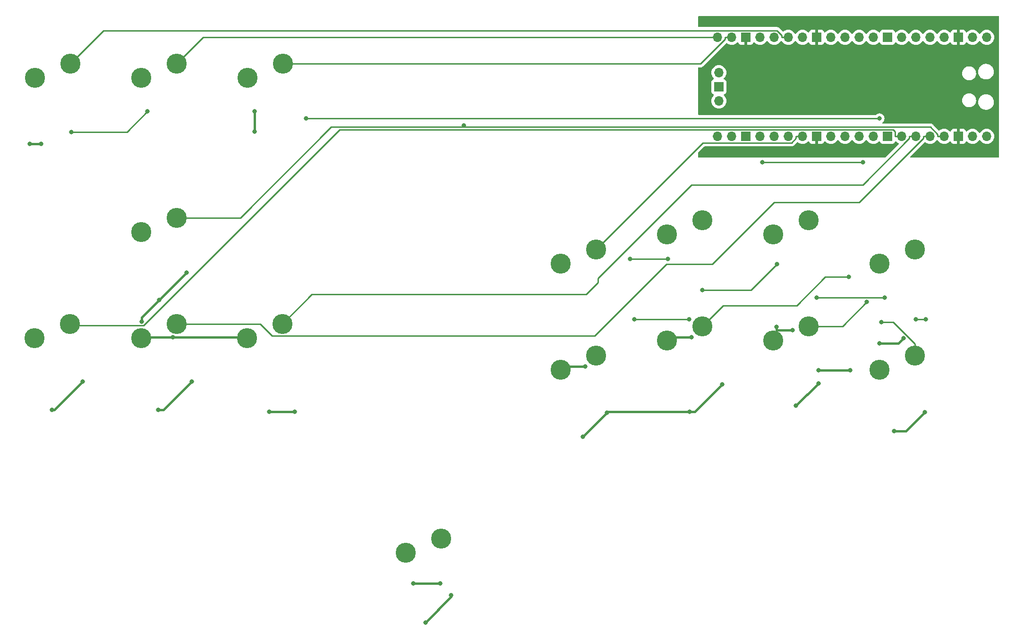
<source format=gbr>
%TF.GenerationSoftware,KiCad,Pcbnew,7.0.5*%
%TF.CreationDate,2023-06-07T11:30:10+08:00*%
%TF.ProjectId,JosEffigy-All-Keyboard-Mixbox,4a6f7345-6666-4696-9779-2d416c6c2d4b,rev?*%
%TF.SameCoordinates,Original*%
%TF.FileFunction,Copper,L1,Top*%
%TF.FilePolarity,Positive*%
%FSLAX46Y46*%
G04 Gerber Fmt 4.6, Leading zero omitted, Abs format (unit mm)*
G04 Created by KiCad (PCBNEW 7.0.5) date 2023-06-07 11:30:10*
%MOMM*%
%LPD*%
G01*
G04 APERTURE LIST*
%TA.AperFunction,ComponentPad*%
%ADD10C,3.600000*%
%TD*%
%TA.AperFunction,ComponentPad*%
%ADD11O,1.700000X1.700000*%
%TD*%
%TA.AperFunction,ComponentPad*%
%ADD12R,1.700000X1.700000*%
%TD*%
%TA.AperFunction,ViaPad*%
%ADD13C,0.800000*%
%TD*%
%TA.AperFunction,Conductor*%
%ADD14C,0.254000*%
%TD*%
%TA.AperFunction,Conductor*%
%ADD15C,0.381000*%
%TD*%
G04 APERTURE END LIST*
D10*
%TO.P,MX3,1,COL*%
%TO.N,GND*%
X98531700Y-105415400D03*
%TO.P,MX3,2,ROW*%
%TO.N,RIGHT*%
X104881700Y-102875400D03*
%TD*%
%TO.P,MX6,1,COL*%
%TO.N,GND*%
X79533700Y-58737500D03*
%TO.P,MX6,2,ROW*%
%TO.N,SELECT*%
X85883700Y-56197500D03*
%TD*%
%TO.P,MX1,1,COL*%
%TO.N,GND*%
X60431800Y-105415400D03*
%TO.P,MX1,2,ROW*%
%TO.N,LEFT*%
X66781800Y-102875400D03*
%TD*%
%TO.P,MX16,1,COL*%
%TO.N,GND*%
X211931200Y-92075000D03*
%TO.P,MX16,2,ROW*%
%TO.N,4P*%
X218281200Y-89535000D03*
%TD*%
%TO.P,MX2,1,COL*%
%TO.N,GND*%
X79533800Y-105410000D03*
%TO.P,MX2,2,ROW*%
%TO.N,DOWN*%
X85883800Y-102870000D03*
%TD*%
%TO.P,MX7,1,COL*%
%TO.N,GND*%
X98583700Y-58737500D03*
%TO.P,MX7,2,ROW*%
%TO.N,START*%
X104933700Y-56197500D03*
%TD*%
%TO.P,MX5,1,COL*%
%TO.N,GND*%
X60483700Y-58737500D03*
%TO.P,MX5,2,ROW*%
%TO.N,HOME*%
X66833700Y-56197500D03*
%TD*%
%TO.P,MX4,1,COL*%
%TO.N,GND*%
X79533800Y-86360000D03*
%TO.P,MX4,2,ROW*%
%TO.N,UP*%
X85883800Y-83820000D03*
%TD*%
%TO.P,MX12,1,COL*%
%TO.N,GND*%
X211931200Y-111125000D03*
%TO.P,MX12,2,ROW*%
%TO.N,4K*%
X218281200Y-108585000D03*
%TD*%
%TO.P,MX10,1,COL*%
%TO.N,GND*%
X173831200Y-105886200D03*
%TO.P,MX10,2,ROW*%
%TO.N,2K*%
X180181200Y-103346200D03*
%TD*%
%TO.P,MX8,1,COL*%
%TO.N,GND*%
X127000000Y-143986200D03*
%TO.P,MX8,2,ROW*%
%TO.N,UP*%
X133350000Y-141446200D03*
%TD*%
%TO.P,MX14,1,COL*%
%TO.N,GND*%
X173831200Y-86836200D03*
%TO.P,MX14,2,ROW*%
%TO.N,2P*%
X180181200Y-84296200D03*
%TD*%
%TO.P,MX11,1,COL*%
%TO.N,GND*%
X192881200Y-105886200D03*
%TO.P,MX11,2,ROW*%
%TO.N,3K*%
X199231200Y-103346200D03*
%TD*%
%TO.P,MX13,1,COL*%
%TO.N,GND*%
X154781200Y-92075000D03*
%TO.P,MX13,2,ROW*%
%TO.N,1P*%
X161131200Y-89535000D03*
%TD*%
%TO.P,MX15,1,COL*%
%TO.N,GND*%
X192881200Y-86836200D03*
%TO.P,MX15,2,ROW*%
%TO.N,3P*%
X199231200Y-84296200D03*
%TD*%
%TO.P,MX9,1,COL*%
%TO.N,GND*%
X154781200Y-111125000D03*
%TO.P,MX9,2,ROW*%
%TO.N,1K*%
X161131200Y-108585000D03*
%TD*%
D11*
%TO.P,U1,1,GPIO0*%
%TO.N,unconnected-(U1-GPIO0-Pad1)*%
X231140000Y-69215000D03*
%TO.P,U1,2,GPIO1*%
%TO.N,unconnected-(U1-GPIO1-Pad2)*%
X228600000Y-69215000D03*
D12*
%TO.P,U1,3,GND*%
%TO.N,GND*%
X226060000Y-69215000D03*
D11*
%TO.P,U1,4,GPIO2*%
%TO.N,UP*%
X223520000Y-69215000D03*
%TO.P,U1,5,GPIO3*%
%TO.N,DOWN*%
X220980000Y-69215000D03*
%TO.P,U1,6,GPIO4*%
%TO.N,RIGHT*%
X218440000Y-69215000D03*
%TO.P,U1,7,GPIO5*%
%TO.N,LEFT*%
X215900000Y-69215000D03*
D12*
%TO.P,U1,8,GND*%
%TO.N,unconnected-(U1-GND-Pad8)*%
X213360000Y-69215000D03*
D11*
%TO.P,U1,9,GPIO6*%
%TO.N,1K*%
X210820000Y-69215000D03*
%TO.P,U1,10,GPIO7*%
%TO.N,2K*%
X208280000Y-69215000D03*
%TO.P,U1,11,GPIO8*%
%TO.N,3K*%
X205740000Y-69215000D03*
%TO.P,U1,12,GPIO9*%
%TO.N,4K*%
X203200000Y-69215000D03*
D12*
%TO.P,U1,13,GND*%
%TO.N,GND*%
X200660000Y-69215000D03*
D11*
%TO.P,U1,14,GPIO10*%
%TO.N,1P*%
X198120000Y-69215000D03*
%TO.P,U1,15,GPIO11*%
%TO.N,2P*%
X195580000Y-69215000D03*
%TO.P,U1,16,GPIO12*%
%TO.N,3P*%
X193040000Y-69215000D03*
%TO.P,U1,17,GPIO13*%
%TO.N,4P*%
X190500000Y-69215000D03*
D12*
%TO.P,U1,18,GND*%
%TO.N,GND*%
X187960000Y-69215000D03*
D11*
%TO.P,U1,19,GPIO14*%
%TO.N,unconnected-(U1-GPIO14-Pad19)*%
X185420000Y-69215000D03*
%TO.P,U1,20,GPIO15*%
%TO.N,unconnected-(U1-GPIO15-Pad20)*%
X182880000Y-69215000D03*
%TO.P,U1,21,GPIO16*%
%TO.N,SELECT*%
X182880000Y-51435000D03*
%TO.P,U1,22,GPIO17*%
%TO.N,START*%
X185420000Y-51435000D03*
D12*
%TO.P,U1,23,GND*%
%TO.N,GND*%
X187960000Y-51435000D03*
D11*
%TO.P,U1,24,GPIO18*%
%TO.N,unconnected-(U1-GPIO18-Pad24)*%
X190500000Y-51435000D03*
%TO.P,U1,25,GPIO19*%
%TO.N,unconnected-(U1-GPIO19-Pad25)*%
X193040000Y-51435000D03*
%TO.P,U1,26,GPIO20*%
%TO.N,HOME*%
X195580000Y-51435000D03*
%TO.P,U1,27,GPIO21*%
%TO.N,unconnected-(U1-GPIO21-Pad27)*%
X198120000Y-51435000D03*
D12*
%TO.P,U1,28,GND*%
%TO.N,GND*%
X200660000Y-51435000D03*
D11*
%TO.P,U1,29,GPIO22*%
%TO.N,unconnected-(U1-GPIO22-Pad29)*%
X203200000Y-51435000D03*
%TO.P,U1,30,RUN*%
%TO.N,unconnected-(U1-RUN-Pad30)*%
X205740000Y-51435000D03*
%TO.P,U1,31,GPIO26_ADC0*%
%TO.N,unconnected-(U1-GPIO26_ADC0-Pad31)*%
X208280000Y-51435000D03*
%TO.P,U1,32,GPIO27_ADC1*%
%TO.N,unconnected-(U1-GPIO27_ADC1-Pad32)*%
X210820000Y-51435000D03*
D12*
%TO.P,U1,33,AGND*%
%TO.N,unconnected-(U1-AGND-Pad33)*%
X213360000Y-51435000D03*
D11*
%TO.P,U1,34,GPIO28_ADC2*%
%TO.N,unconnected-(U1-GPIO28_ADC2-Pad34)*%
X215900000Y-51435000D03*
%TO.P,U1,35,ADC_VREF*%
%TO.N,RGB0*%
X218440000Y-51435000D03*
%TO.P,U1,36,3V3*%
%TO.N,unconnected-(U1-3V3-Pad36)*%
X220980000Y-51435000D03*
%TO.P,U1,37,3V3_EN*%
%TO.N,unconnected-(U1-3V3_EN-Pad37)*%
X223520000Y-51435000D03*
D12*
%TO.P,U1,38,GND*%
%TO.N,GND*%
X226060000Y-51435000D03*
D11*
%TO.P,U1,39,VSYS*%
%TO.N,unconnected-(U1-VSYS-Pad39)*%
X228600000Y-51435000D03*
%TO.P,U1,40,VBUS*%
%TO.N,VCC*%
X231140000Y-51435000D03*
%TO.P,U1,41,SWCLK*%
%TO.N,unconnected-(U1-SWCLK-Pad41)*%
X183110000Y-62865000D03*
D12*
%TO.P,U1,42,GND*%
%TO.N,unconnected-(U1-GND-Pad42)*%
X183110000Y-60325000D03*
D11*
%TO.P,U1,43,SWDIO*%
%TO.N,unconnected-(U1-SWDIO-Pad43)*%
X183110000Y-57785000D03*
%TD*%
D13*
%TO.N,UP*%
X137378000Y-67254600D03*
%TO.N,2K*%
X206435200Y-94443400D03*
%TO.N,3K*%
X209663800Y-98965700D03*
%TO.N,4K*%
X212276500Y-102609100D03*
%TO.N,4P*%
X190887300Y-73910200D03*
X208975300Y-73910200D03*
%TO.N,GND*%
X200962500Y-111188100D03*
X159175600Y-110504700D03*
X99857700Y-64694800D03*
X178247100Y-105285300D03*
X85258100Y-105307600D03*
X61643800Y-70561000D03*
X130523800Y-156501300D03*
X59593900Y-70561000D03*
X193422700Y-103416700D03*
X196304300Y-104003500D03*
X128369100Y-149470600D03*
X163057100Y-118859700D03*
X82664500Y-118325800D03*
X200996000Y-113537000D03*
X102519300Y-118648600D03*
X158775600Y-123141200D03*
X214549400Y-122136500D03*
X87690900Y-93694500D03*
X177890400Y-118648600D03*
X211910600Y-106384600D03*
X88645400Y-113240700D03*
X99857700Y-68399700D03*
X196941800Y-117591200D03*
X183682000Y-113753900D03*
X63614500Y-118325800D03*
X82827300Y-98558100D03*
X79687700Y-102446700D03*
X206663200Y-111188100D03*
X107052100Y-118648600D03*
X135145300Y-151587300D03*
X220045900Y-118734700D03*
X216210200Y-105453800D03*
X69112900Y-113240700D03*
X133131100Y-149470600D03*
%TO.N,VCC*%
X177828400Y-102050200D03*
X167945200Y-102050200D03*
%TO.N,Net-(D12-DOUT)*%
X218455300Y-102072800D03*
X220217800Y-102072800D03*
%TO.N,Net-(D5-DIN)*%
X80705300Y-64721200D03*
X67043800Y-68423000D03*
%TO.N,Net-(D7-DIN)*%
X211910600Y-66001600D03*
X109103200Y-66001600D03*
%TO.N,Net-(D13-DIN)*%
X174010500Y-91250600D03*
X167210100Y-91250600D03*
%TO.N,Net-(D14-DIN)*%
X193561300Y-92153200D03*
X180187500Y-96835100D03*
%TO.N,Net-(D15-DIN)*%
X200684200Y-98193000D03*
X212859100Y-98193000D03*
%TD*%
D14*
%TO.N,LEFT*%
X214324200Y-68007600D02*
X214721100Y-68404500D01*
X66781800Y-102875400D02*
X67082000Y-103175600D01*
X214721100Y-68404500D02*
X214721100Y-69215000D01*
X115157600Y-68007600D02*
X214324200Y-68007600D01*
X67082000Y-103175600D02*
X79989600Y-103175600D01*
X79989600Y-103175600D02*
X115157600Y-68007600D01*
X215900000Y-69215000D02*
X214721100Y-69215000D01*
%TO.N,DOWN*%
X100901400Y-102870000D02*
X103050300Y-105018900D01*
X208287200Y-81097300D02*
X219801100Y-69583400D01*
X193056200Y-81097300D02*
X208287200Y-81097300D01*
X160886900Y-105018900D02*
X173727800Y-92178000D01*
X219801100Y-69583400D02*
X219801100Y-69215000D01*
X85883800Y-102870000D02*
X100901400Y-102870000D01*
X173727800Y-92178000D02*
X181975500Y-92178000D01*
X103050300Y-105018900D02*
X160886900Y-105018900D01*
X181975500Y-92178000D02*
X193056200Y-81097300D01*
X220980000Y-69215000D02*
X219801100Y-69215000D01*
%TO.N,RIGHT*%
X208909500Y-77934200D02*
X217261100Y-69582600D01*
X178248200Y-77934200D02*
X208909500Y-77934200D01*
X161454700Y-95462100D02*
X161454700Y-94727700D01*
X159302600Y-97614200D02*
X161454700Y-95462100D01*
X161454700Y-94727700D02*
X178248200Y-77934200D01*
X110142900Y-97614200D02*
X159302600Y-97614200D01*
X218440000Y-69215000D02*
X217261100Y-69215000D01*
X217261100Y-69582600D02*
X217261100Y-69215000D01*
X104881700Y-102875400D02*
X110142900Y-97614200D01*
%TO.N,UP*%
X223520000Y-69215000D02*
X222341100Y-69215000D01*
X137378000Y-67539900D02*
X113644200Y-67539900D01*
X222341100Y-68846600D02*
X221034400Y-67539900D01*
X97364100Y-83820000D02*
X85883800Y-83820000D01*
X221034400Y-67539900D02*
X137378000Y-67539900D01*
X222341100Y-69215000D02*
X222341100Y-68846600D01*
X113644200Y-67539900D02*
X97364100Y-83820000D01*
X137378000Y-67539900D02*
X137378000Y-67254600D01*
%TO.N,HOME*%
X194401100Y-51435000D02*
X194401100Y-51066600D01*
X195580000Y-51435000D02*
X194401100Y-51435000D01*
X194401100Y-51066600D02*
X193564600Y-50230100D01*
X193564600Y-50230100D02*
X72801100Y-50230100D01*
X72801100Y-50230100D02*
X66833700Y-56197500D01*
%TO.N,SELECT*%
X85883700Y-56197500D02*
X90646100Y-51435100D01*
X90646100Y-51435100D02*
X181701100Y-51435100D01*
X182880000Y-51435000D02*
X181701100Y-51435000D01*
X181701100Y-51435100D02*
X181701100Y-51435000D01*
%TO.N,START*%
X184241100Y-51803400D02*
X179847000Y-56197500D01*
X185420000Y-51435000D02*
X184241100Y-51435000D01*
X179847000Y-56197500D02*
X104933700Y-56197500D01*
X184241100Y-51435000D02*
X184241100Y-51803400D01*
%TO.N,2K*%
X183926400Y-99601000D02*
X180181200Y-103346200D01*
X202209100Y-94443400D02*
X197051500Y-99601000D01*
X197051500Y-99601000D02*
X183926400Y-99601000D01*
X206435200Y-94443400D02*
X202209100Y-94443400D01*
%TO.N,3K*%
X199231200Y-103346200D02*
X205283300Y-103346200D01*
X205283300Y-103346200D02*
X209663800Y-98965700D01*
%TO.N,4K*%
X214398700Y-102609100D02*
X212276500Y-102609100D01*
X218281200Y-108585000D02*
X218281200Y-106491600D01*
X218281200Y-106491600D02*
X214398700Y-102609100D01*
%TO.N,1P*%
X198120000Y-69215000D02*
X196941100Y-69215000D01*
X196941100Y-69215000D02*
X196941100Y-69583500D01*
X180272300Y-70393900D02*
X161131200Y-89535000D01*
X196130700Y-70393900D02*
X180272300Y-70393900D01*
X196941100Y-69583500D02*
X196130700Y-70393900D01*
%TO.N,4P*%
X190887300Y-73910200D02*
X208975300Y-73910200D01*
D15*
%TO.N,GND*%
X206663200Y-111188100D02*
X200962500Y-111188100D01*
X154781200Y-111125000D02*
X155401500Y-110504700D01*
X130523800Y-156501300D02*
X135145300Y-151879800D01*
X192881200Y-105886200D02*
X193422700Y-105344700D01*
X214549400Y-122136500D02*
X216644100Y-122136500D01*
X79687700Y-101697700D02*
X82827300Y-98558100D01*
X59593900Y-70561000D02*
X61643800Y-70561000D01*
X193422700Y-104003500D02*
X196304300Y-104003500D01*
X216644100Y-122136500D02*
X220045900Y-118734700D01*
X102519300Y-118648600D02*
X107052100Y-118648600D01*
X79636200Y-105307600D02*
X85258100Y-105307600D01*
X177890400Y-118648600D02*
X163268200Y-118648600D01*
X215279400Y-106384600D02*
X216210200Y-105453800D01*
X183682000Y-113753900D02*
X178787300Y-118648600D01*
X173831200Y-105886200D02*
X174432100Y-105285300D01*
X193422700Y-104003500D02*
X193422700Y-103416700D01*
X64027800Y-118325800D02*
X63614500Y-118325800D01*
X158775600Y-123141200D02*
X163057100Y-118859700D01*
X87690900Y-93694500D02*
X82827300Y-98558100D01*
X79687700Y-102446700D02*
X79687700Y-101697700D01*
X135145300Y-151879800D02*
X135145300Y-151587300D01*
X155401500Y-110504700D02*
X159175600Y-110504700D01*
X211910600Y-106384600D02*
X215279400Y-106384600D01*
X128369100Y-149470600D02*
X133131100Y-149470600D01*
X83560300Y-118325800D02*
X82664500Y-118325800D01*
X174432100Y-105285300D02*
X178247100Y-105285300D01*
X99857700Y-64694800D02*
X99857700Y-68399700D01*
X79533800Y-105410000D02*
X79636200Y-105307600D01*
X200996000Y-113537000D02*
X196941800Y-117591200D01*
X163268200Y-118648600D02*
X163057100Y-118859700D01*
X98531700Y-105415400D02*
X98423900Y-105307600D01*
X88645400Y-113240700D02*
X83560300Y-118325800D01*
X178787300Y-118648600D02*
X177890400Y-118648600D01*
X193422700Y-105344700D02*
X193422700Y-104003500D01*
X69112900Y-113240700D02*
X64027800Y-118325800D01*
X98423900Y-105307600D02*
X85258100Y-105307600D01*
D14*
%TO.N,VCC*%
X167945200Y-102050200D02*
X177828400Y-102050200D01*
%TO.N,Net-(D12-DOUT)*%
X218455300Y-102072800D02*
X220217800Y-102072800D01*
%TO.N,Net-(D5-DIN)*%
X77003500Y-68423000D02*
X67043800Y-68423000D01*
X80705300Y-64721200D02*
X77003500Y-68423000D01*
%TO.N,Net-(D7-DIN)*%
X109103200Y-66001600D02*
X211910600Y-66001600D01*
%TO.N,Net-(D13-DIN)*%
X167210100Y-91250600D02*
X174010500Y-91250600D01*
%TO.N,Net-(D14-DIN)*%
X180187500Y-96835100D02*
X188879400Y-96835100D01*
X188879400Y-96835100D02*
X193561300Y-92153200D01*
%TO.N,Net-(D15-DIN)*%
X212859100Y-98193000D02*
X200684200Y-98193000D01*
%TD*%
%TA.AperFunction,Conductor*%
%TO.N,GND*%
G36*
X200910000Y-70565000D02*
G01*
X201557828Y-70565000D01*
X201557844Y-70564999D01*
X201617372Y-70558598D01*
X201617379Y-70558596D01*
X201752086Y-70508354D01*
X201752093Y-70508350D01*
X201867187Y-70422190D01*
X201867190Y-70422187D01*
X201953350Y-70307093D01*
X201953354Y-70307086D01*
X202002422Y-70175529D01*
X202044293Y-70119595D01*
X202109757Y-70095178D01*
X202178030Y-70110030D01*
X202206285Y-70131181D01*
X202328599Y-70253495D01*
X202425384Y-70321265D01*
X202522165Y-70389032D01*
X202522167Y-70389033D01*
X202522170Y-70389035D01*
X202736337Y-70488903D01*
X202736343Y-70488904D01*
X202736344Y-70488905D01*
X202791285Y-70503626D01*
X202964592Y-70550063D01*
X203141034Y-70565500D01*
X203199999Y-70570659D01*
X203200000Y-70570659D01*
X203200001Y-70570659D01*
X203258966Y-70565500D01*
X203435408Y-70550063D01*
X203663663Y-70488903D01*
X203877830Y-70389035D01*
X204071401Y-70253495D01*
X204238495Y-70086401D01*
X204368426Y-69900841D01*
X204423002Y-69857217D01*
X204492500Y-69850023D01*
X204554855Y-69881546D01*
X204571575Y-69900842D01*
X204701500Y-70086395D01*
X204701505Y-70086401D01*
X204868599Y-70253495D01*
X204965384Y-70321265D01*
X205062165Y-70389032D01*
X205062167Y-70389033D01*
X205062170Y-70389035D01*
X205276337Y-70488903D01*
X205276343Y-70488904D01*
X205276344Y-70488905D01*
X205331285Y-70503626D01*
X205504592Y-70550063D01*
X205681034Y-70565500D01*
X205739999Y-70570659D01*
X205740000Y-70570659D01*
X205740001Y-70570659D01*
X205798966Y-70565500D01*
X205975408Y-70550063D01*
X206203663Y-70488903D01*
X206417830Y-70389035D01*
X206611401Y-70253495D01*
X206778495Y-70086401D01*
X206908426Y-69900841D01*
X206963002Y-69857217D01*
X207032500Y-69850023D01*
X207094855Y-69881546D01*
X207111575Y-69900842D01*
X207241500Y-70086395D01*
X207241505Y-70086401D01*
X207408599Y-70253495D01*
X207505384Y-70321265D01*
X207602165Y-70389032D01*
X207602167Y-70389033D01*
X207602170Y-70389035D01*
X207816337Y-70488903D01*
X207816343Y-70488904D01*
X207816344Y-70488905D01*
X207871285Y-70503626D01*
X208044592Y-70550063D01*
X208221034Y-70565500D01*
X208279999Y-70570659D01*
X208280000Y-70570659D01*
X208280001Y-70570659D01*
X208338966Y-70565500D01*
X208515408Y-70550063D01*
X208743663Y-70488903D01*
X208957830Y-70389035D01*
X209151401Y-70253495D01*
X209318495Y-70086401D01*
X209448426Y-69900841D01*
X209503002Y-69857217D01*
X209572500Y-69850023D01*
X209634855Y-69881546D01*
X209651575Y-69900842D01*
X209781500Y-70086395D01*
X209781505Y-70086401D01*
X209948599Y-70253495D01*
X210045384Y-70321265D01*
X210142165Y-70389032D01*
X210142167Y-70389033D01*
X210142170Y-70389035D01*
X210356337Y-70488903D01*
X210356343Y-70488904D01*
X210356344Y-70488905D01*
X210411285Y-70503626D01*
X210584592Y-70550063D01*
X210761034Y-70565500D01*
X210819999Y-70570659D01*
X210820000Y-70570659D01*
X210820001Y-70570659D01*
X210878966Y-70565500D01*
X211055408Y-70550063D01*
X211283663Y-70488903D01*
X211497830Y-70389035D01*
X211691401Y-70253495D01*
X211813329Y-70131566D01*
X211874648Y-70098084D01*
X211944340Y-70103068D01*
X212000274Y-70144939D01*
X212017189Y-70175917D01*
X212066202Y-70307328D01*
X212066206Y-70307335D01*
X212152452Y-70422544D01*
X212152455Y-70422547D01*
X212267664Y-70508793D01*
X212267671Y-70508797D01*
X212402517Y-70559091D01*
X212402516Y-70559091D01*
X212409444Y-70559835D01*
X212462127Y-70565500D01*
X214257872Y-70565499D01*
X214317483Y-70559091D01*
X214452331Y-70508796D01*
X214567546Y-70422546D01*
X214653796Y-70307331D01*
X214702810Y-70175916D01*
X214744681Y-70119984D01*
X214810145Y-70095566D01*
X214878418Y-70110417D01*
X214906673Y-70131569D01*
X215028599Y-70253495D01*
X215125384Y-70321265D01*
X215222165Y-70389032D01*
X215222167Y-70389033D01*
X215222170Y-70389035D01*
X215294037Y-70422547D01*
X215297007Y-70423932D01*
X215349447Y-70470104D01*
X215368599Y-70537297D01*
X215348383Y-70604179D01*
X215332284Y-70623995D01*
X212967599Y-72988681D01*
X212906276Y-73022166D01*
X212879918Y-73025000D01*
X209154958Y-73025000D01*
X209129178Y-73022290D01*
X209069946Y-73009700D01*
X208880654Y-73009700D01*
X208821421Y-73022290D01*
X208795642Y-73025000D01*
X191066958Y-73025000D01*
X191041178Y-73022290D01*
X190981946Y-73009700D01*
X190792654Y-73009700D01*
X190733421Y-73022290D01*
X190707642Y-73025000D01*
X179511500Y-73025000D01*
X179444461Y-73005315D01*
X179398706Y-72952511D01*
X179387500Y-72901000D01*
X179387500Y-72217481D01*
X179407185Y-72150442D01*
X179423819Y-72129800D01*
X180495900Y-71057719D01*
X180557223Y-71024234D01*
X180583581Y-71021400D01*
X196047733Y-71021400D01*
X196063381Y-71023127D01*
X196063408Y-71022846D01*
X196071175Y-71023580D01*
X196071176Y-71023579D01*
X196071177Y-71023580D01*
X196077804Y-71023371D01*
X196139592Y-71021431D01*
X196141539Y-71021400D01*
X196170173Y-71021400D01*
X196170176Y-71021400D01*
X196177078Y-71020527D01*
X196182890Y-71020069D01*
X196229643Y-71018601D01*
X196248972Y-71012984D01*
X196268028Y-71009037D01*
X196287993Y-71006516D01*
X196331470Y-70989301D01*
X196336976Y-70987416D01*
X196381891Y-70974368D01*
X196399215Y-70964121D01*
X196416683Y-70955563D01*
X196435403Y-70948153D01*
X196473242Y-70920659D01*
X196478091Y-70917474D01*
X196518356Y-70893663D01*
X196532597Y-70879420D01*
X196547378Y-70866797D01*
X196563667Y-70854963D01*
X196563669Y-70854959D01*
X196563671Y-70854959D01*
X196575545Y-70840603D01*
X196593476Y-70818928D01*
X196597389Y-70814628D01*
X197122048Y-70289969D01*
X197183369Y-70256486D01*
X197253061Y-70261470D01*
X197280844Y-70276073D01*
X197442170Y-70389035D01*
X197656337Y-70488903D01*
X197656343Y-70488904D01*
X197656344Y-70488905D01*
X197711285Y-70503626D01*
X197884592Y-70550063D01*
X198061034Y-70565500D01*
X198119999Y-70570659D01*
X198120000Y-70570659D01*
X198120001Y-70570659D01*
X198178966Y-70565500D01*
X198355408Y-70550063D01*
X198583663Y-70488903D01*
X198797830Y-70389035D01*
X198991401Y-70253495D01*
X199113717Y-70131178D01*
X199175036Y-70097696D01*
X199244728Y-70102680D01*
X199300662Y-70144551D01*
X199317577Y-70175528D01*
X199366646Y-70307088D01*
X199366649Y-70307093D01*
X199452809Y-70422187D01*
X199452812Y-70422190D01*
X199567906Y-70508350D01*
X199567913Y-70508354D01*
X199702620Y-70558596D01*
X199702627Y-70558598D01*
X199762155Y-70564999D01*
X199762172Y-70565000D01*
X200410000Y-70565000D01*
X200410000Y-69661494D01*
X200514839Y-69709373D01*
X200623527Y-69725000D01*
X200696473Y-69725000D01*
X200805161Y-69709373D01*
X200909999Y-69661494D01*
X200910000Y-70565000D01*
G37*
%TD.AperFunction*%
%TA.AperFunction,Conductor*%
G36*
X233305539Y-47644685D02*
G01*
X233351294Y-47697489D01*
X233362500Y-47749000D01*
X233362500Y-72901000D01*
X233342815Y-72968039D01*
X233290011Y-73013794D01*
X233238500Y-73025000D01*
X217546280Y-73025000D01*
X217479241Y-73005315D01*
X217433486Y-72952511D01*
X217423542Y-72883353D01*
X217452567Y-72819797D01*
X217458599Y-72813319D01*
X218142118Y-72129800D01*
X219981989Y-70289928D01*
X220043310Y-70256445D01*
X220113002Y-70261429D01*
X220140787Y-70276033D01*
X220302170Y-70389035D01*
X220516337Y-70488903D01*
X220516343Y-70488904D01*
X220516344Y-70488905D01*
X220571285Y-70503626D01*
X220744592Y-70550063D01*
X220921034Y-70565500D01*
X220979999Y-70570659D01*
X220980000Y-70570659D01*
X220980001Y-70570659D01*
X221038966Y-70565500D01*
X221215408Y-70550063D01*
X221443663Y-70488903D01*
X221657830Y-70389035D01*
X221851401Y-70253495D01*
X222018495Y-70086401D01*
X222148427Y-69900838D01*
X222203000Y-69857216D01*
X222272499Y-69850022D01*
X222334854Y-69881544D01*
X222351572Y-69900838D01*
X222481505Y-70086401D01*
X222648599Y-70253495D01*
X222745384Y-70321265D01*
X222842165Y-70389032D01*
X222842167Y-70389033D01*
X222842170Y-70389035D01*
X223056337Y-70488903D01*
X223056343Y-70488904D01*
X223056344Y-70488905D01*
X223111285Y-70503626D01*
X223284592Y-70550063D01*
X223461034Y-70565500D01*
X223519999Y-70570659D01*
X223520000Y-70570659D01*
X223520001Y-70570659D01*
X223578966Y-70565500D01*
X223755408Y-70550063D01*
X223983663Y-70488903D01*
X224197830Y-70389035D01*
X224391401Y-70253495D01*
X224513717Y-70131178D01*
X224575036Y-70097696D01*
X224644728Y-70102680D01*
X224700662Y-70144551D01*
X224717577Y-70175528D01*
X224766646Y-70307088D01*
X224766649Y-70307093D01*
X224852809Y-70422187D01*
X224852812Y-70422190D01*
X224967906Y-70508350D01*
X224967913Y-70508354D01*
X225102620Y-70558596D01*
X225102627Y-70558598D01*
X225162155Y-70564999D01*
X225162172Y-70565000D01*
X225810000Y-70565000D01*
X225810000Y-69661494D01*
X225914839Y-69709373D01*
X226023527Y-69725000D01*
X226096473Y-69725000D01*
X226205161Y-69709373D01*
X226310000Y-69661494D01*
X226310000Y-70565000D01*
X226957828Y-70565000D01*
X226957844Y-70564999D01*
X227017372Y-70558598D01*
X227017379Y-70558596D01*
X227152086Y-70508354D01*
X227152093Y-70508350D01*
X227267187Y-70422190D01*
X227267190Y-70422187D01*
X227353350Y-70307093D01*
X227353354Y-70307086D01*
X227402422Y-70175529D01*
X227444293Y-70119595D01*
X227509757Y-70095178D01*
X227578030Y-70110030D01*
X227606284Y-70131181D01*
X227728599Y-70253495D01*
X227825384Y-70321264D01*
X227922165Y-70389032D01*
X227922167Y-70389033D01*
X227922170Y-70389035D01*
X228136337Y-70488903D01*
X228136343Y-70488904D01*
X228136344Y-70488905D01*
X228191285Y-70503626D01*
X228364592Y-70550063D01*
X228541034Y-70565500D01*
X228599999Y-70570659D01*
X228600000Y-70570659D01*
X228600001Y-70570659D01*
X228658966Y-70565500D01*
X228835408Y-70550063D01*
X229063663Y-70488903D01*
X229277830Y-70389035D01*
X229471401Y-70253495D01*
X229638495Y-70086401D01*
X229768426Y-69900841D01*
X229823002Y-69857217D01*
X229892500Y-69850023D01*
X229954855Y-69881546D01*
X229971575Y-69900842D01*
X230101500Y-70086395D01*
X230101505Y-70086401D01*
X230268599Y-70253495D01*
X230365384Y-70321265D01*
X230462165Y-70389032D01*
X230462167Y-70389033D01*
X230462170Y-70389035D01*
X230676337Y-70488903D01*
X230676343Y-70488904D01*
X230676344Y-70488905D01*
X230731285Y-70503626D01*
X230904592Y-70550063D01*
X231081034Y-70565500D01*
X231139999Y-70570659D01*
X231140000Y-70570659D01*
X231140001Y-70570659D01*
X231198966Y-70565500D01*
X231375408Y-70550063D01*
X231603663Y-70488903D01*
X231817830Y-70389035D01*
X232011401Y-70253495D01*
X232178495Y-70086401D01*
X232314035Y-69892830D01*
X232413903Y-69678663D01*
X232475063Y-69450408D01*
X232495659Y-69215000D01*
X232475063Y-68979592D01*
X232413903Y-68751337D01*
X232314035Y-68537171D01*
X232308425Y-68529158D01*
X232178494Y-68343597D01*
X232011402Y-68176506D01*
X232011395Y-68176501D01*
X231817834Y-68040967D01*
X231817830Y-68040965D01*
X231746727Y-68007809D01*
X231603663Y-67941097D01*
X231603659Y-67941096D01*
X231603655Y-67941094D01*
X231375413Y-67879938D01*
X231375403Y-67879936D01*
X231140001Y-67859341D01*
X231139999Y-67859341D01*
X230904596Y-67879936D01*
X230904586Y-67879938D01*
X230676344Y-67941094D01*
X230676335Y-67941098D01*
X230462171Y-68040964D01*
X230462169Y-68040965D01*
X230268597Y-68176505D01*
X230101505Y-68343597D01*
X229971575Y-68529158D01*
X229916998Y-68572783D01*
X229847500Y-68579977D01*
X229785145Y-68548454D01*
X229768425Y-68529158D01*
X229638494Y-68343597D01*
X229471402Y-68176506D01*
X229471395Y-68176501D01*
X229277834Y-68040967D01*
X229277830Y-68040965D01*
X229206727Y-68007809D01*
X229063663Y-67941097D01*
X229063659Y-67941096D01*
X229063655Y-67941094D01*
X228835413Y-67879938D01*
X228835403Y-67879936D01*
X228600001Y-67859341D01*
X228599999Y-67859341D01*
X228364596Y-67879936D01*
X228364586Y-67879938D01*
X228136344Y-67941094D01*
X228136335Y-67941098D01*
X227922171Y-68040964D01*
X227922169Y-68040965D01*
X227728600Y-68176503D01*
X227606284Y-68298819D01*
X227544961Y-68332303D01*
X227475269Y-68327319D01*
X227419336Y-68285447D01*
X227402421Y-68254470D01*
X227353354Y-68122913D01*
X227353350Y-68122906D01*
X227267190Y-68007812D01*
X227267187Y-68007809D01*
X227152093Y-67921649D01*
X227152086Y-67921645D01*
X227017379Y-67871403D01*
X227017372Y-67871401D01*
X226957844Y-67865000D01*
X226310000Y-67865000D01*
X226310000Y-68768505D01*
X226205161Y-68720627D01*
X226096473Y-68705000D01*
X226023527Y-68705000D01*
X225914839Y-68720627D01*
X225810000Y-68768505D01*
X225810000Y-67865000D01*
X225162155Y-67865000D01*
X225102627Y-67871401D01*
X225102620Y-67871403D01*
X224967913Y-67921645D01*
X224967906Y-67921649D01*
X224852812Y-68007809D01*
X224852809Y-68007812D01*
X224766649Y-68122906D01*
X224766645Y-68122913D01*
X224717578Y-68254470D01*
X224675707Y-68310404D01*
X224610242Y-68334821D01*
X224541969Y-68319969D01*
X224513715Y-68298819D01*
X224454785Y-68239889D01*
X224391401Y-68176505D01*
X224391397Y-68176502D01*
X224391396Y-68176501D01*
X224197834Y-68040967D01*
X224197830Y-68040965D01*
X224126727Y-68007809D01*
X223983663Y-67941097D01*
X223983659Y-67941096D01*
X223983655Y-67941094D01*
X223755413Y-67879938D01*
X223755403Y-67879936D01*
X223520001Y-67859341D01*
X223519999Y-67859341D01*
X223284596Y-67879936D01*
X223284586Y-67879938D01*
X223056344Y-67941094D01*
X223056335Y-67941098D01*
X222842171Y-68040964D01*
X222842169Y-68040965D01*
X222680791Y-68153962D01*
X222614584Y-68176290D01*
X222546817Y-68159278D01*
X222521987Y-68140068D01*
X221536776Y-67154857D01*
X221526931Y-67142568D01*
X221526713Y-67142749D01*
X221521740Y-67136737D01*
X221471843Y-67089881D01*
X221470443Y-67088524D01*
X221450197Y-67068277D01*
X221444696Y-67064011D01*
X221440248Y-67060212D01*
X221406168Y-67028208D01*
X221406163Y-67028204D01*
X221388522Y-67018506D01*
X221372257Y-67007822D01*
X221356363Y-66995493D01*
X221356362Y-66995492D01*
X221333612Y-66985647D01*
X221313454Y-66976923D01*
X221308207Y-66974353D01*
X221267237Y-66951829D01*
X221267228Y-66951826D01*
X221247734Y-66946820D01*
X221229333Y-66940520D01*
X221210859Y-66932526D01*
X221210852Y-66932524D01*
X221164687Y-66925213D01*
X221158963Y-66924028D01*
X221113679Y-66912400D01*
X221113672Y-66912400D01*
X221093542Y-66912400D01*
X221074143Y-66910873D01*
X221054268Y-66907725D01*
X221054267Y-66907725D01*
X221007721Y-66912125D01*
X221001883Y-66912400D01*
X212570646Y-66912400D01*
X212503607Y-66892715D01*
X212457852Y-66839911D01*
X212447908Y-66770753D01*
X212476933Y-66707197D01*
X212497760Y-66688082D01*
X212516471Y-66674488D01*
X212643133Y-66533816D01*
X212737779Y-66369884D01*
X212796274Y-66189856D01*
X212816060Y-66001600D01*
X212796274Y-65813344D01*
X212737779Y-65633316D01*
X212643133Y-65469384D01*
X212516471Y-65328712D01*
X212516470Y-65328711D01*
X212363334Y-65217451D01*
X212363329Y-65217448D01*
X212190407Y-65140457D01*
X212190402Y-65140455D01*
X212044601Y-65109465D01*
X212005246Y-65101100D01*
X211815954Y-65101100D01*
X211783497Y-65107998D01*
X211630797Y-65140455D01*
X211630792Y-65140457D01*
X211457870Y-65217448D01*
X211457865Y-65217451D01*
X211304735Y-65328706D01*
X211304732Y-65328708D01*
X211302775Y-65330881D01*
X211300800Y-65333074D01*
X211241314Y-65369721D01*
X211208653Y-65374100D01*
X179511500Y-65374100D01*
X179444461Y-65354415D01*
X179398706Y-65301611D01*
X179387500Y-65250100D01*
X179387500Y-62865000D01*
X181754341Y-62865000D01*
X181774936Y-63100403D01*
X181774938Y-63100413D01*
X181836094Y-63328655D01*
X181836096Y-63328659D01*
X181836097Y-63328663D01*
X181918930Y-63506299D01*
X181935965Y-63542830D01*
X181935967Y-63542834D01*
X182033965Y-63682788D01*
X182071505Y-63736401D01*
X182238599Y-63903495D01*
X182319735Y-63960307D01*
X182432165Y-64039032D01*
X182432167Y-64039033D01*
X182432170Y-64039035D01*
X182646337Y-64138903D01*
X182646343Y-64138904D01*
X182646344Y-64138905D01*
X182663788Y-64143579D01*
X182874592Y-64200063D01*
X183057480Y-64216064D01*
X183109999Y-64220659D01*
X183110000Y-64220659D01*
X183110001Y-64220659D01*
X183162520Y-64216064D01*
X183345408Y-64200063D01*
X183573663Y-64138903D01*
X183787830Y-64039035D01*
X183981401Y-63903495D01*
X184148495Y-63736401D01*
X184284035Y-63542830D01*
X184383903Y-63328663D01*
X184445063Y-63100408D01*
X184465659Y-62865000D01*
X184462824Y-62832602D01*
X184459257Y-62791830D01*
X184455598Y-62750003D01*
X226724723Y-62750003D01*
X226726688Y-62772470D01*
X226726862Y-62780660D01*
X226725709Y-62806324D01*
X226725710Y-62806328D01*
X226736641Y-62887031D01*
X226736966Y-62889949D01*
X226743792Y-62967972D01*
X226743795Y-62967987D01*
X226750482Y-62992941D01*
X226752034Y-63000670D01*
X226755924Y-63029381D01*
X226755926Y-63029392D01*
X226780075Y-63103713D01*
X226780997Y-63106825D01*
X226800423Y-63179324D01*
X226800427Y-63179336D01*
X226812736Y-63205732D01*
X226815512Y-63212779D01*
X226825483Y-63243464D01*
X226860970Y-63309411D01*
X226862558Y-63312576D01*
X226892898Y-63377639D01*
X226911490Y-63404191D01*
X226915303Y-63410378D01*
X226932146Y-63441678D01*
X226932152Y-63441687D01*
X226976792Y-63497663D01*
X226979106Y-63500758D01*
X227002854Y-63534672D01*
X227018402Y-63556877D01*
X227018405Y-63556880D01*
X227043646Y-63582121D01*
X227048283Y-63587309D01*
X227072492Y-63617666D01*
X227123959Y-63662632D01*
X227127008Y-63665483D01*
X227173116Y-63711592D01*
X227173122Y-63711597D01*
X227173123Y-63711598D01*
X227183479Y-63718849D01*
X227205055Y-63733957D01*
X227210290Y-63738057D01*
X227242004Y-63765765D01*
X227242013Y-63765771D01*
X227297849Y-63799131D01*
X227301613Y-63801568D01*
X227352359Y-63837101D01*
X227352364Y-63837104D01*
X227374917Y-63847620D01*
X227390677Y-63854969D01*
X227396271Y-63857935D01*
X227433349Y-63880088D01*
X227435236Y-63881215D01*
X227447437Y-63885794D01*
X227493083Y-63902925D01*
X227497503Y-63904782D01*
X227550670Y-63929575D01*
X227550674Y-63929577D01*
X227581069Y-63937720D01*
X227594677Y-63941366D01*
X227600413Y-63943207D01*
X227607581Y-63945897D01*
X227645976Y-63960307D01*
X227703545Y-63970754D01*
X227708511Y-63971868D01*
X227762023Y-63986207D01*
X227810689Y-63990464D01*
X227816306Y-63991218D01*
X227867453Y-64000500D01*
X227922691Y-64000500D01*
X227928092Y-64000735D01*
X227956548Y-64003225D01*
X227979998Y-64005277D01*
X227980000Y-64005277D01*
X228031694Y-64000754D01*
X228034284Y-64000583D01*
X228036121Y-64000500D01*
X228036155Y-64000500D01*
X228089217Y-63995724D01*
X228090173Y-63995638D01*
X228090180Y-63995724D01*
X228090477Y-63995611D01*
X228197977Y-63986207D01*
X228198000Y-63986200D01*
X228198475Y-63986117D01*
X228203713Y-63985419D01*
X228204188Y-63985377D01*
X228307997Y-63956726D01*
X228409330Y-63929575D01*
X228409334Y-63929572D01*
X228416254Y-63927053D01*
X228420948Y-63925554D01*
X228421170Y-63925493D01*
X228421181Y-63925487D01*
X228421183Y-63925487D01*
X228446798Y-63913151D01*
X228515454Y-63880088D01*
X228607639Y-63837102D01*
X228607648Y-63837095D01*
X228612327Y-63834395D01*
X228612400Y-63834522D01*
X228623164Y-63828218D01*
X228623973Y-63827829D01*
X228706156Y-63768118D01*
X228786877Y-63711598D01*
X228787747Y-63710727D01*
X228802550Y-63698084D01*
X228806078Y-63695522D01*
X228873674Y-63624820D01*
X228874562Y-63623911D01*
X228941598Y-63556877D01*
X228944285Y-63553039D01*
X228956239Y-63538465D01*
X228961629Y-63532828D01*
X228961628Y-63532828D01*
X228961632Y-63532825D01*
X229013746Y-63453873D01*
X229014596Y-63452623D01*
X229067102Y-63377639D01*
X229070543Y-63370259D01*
X229079432Y-63354364D01*
X229085635Y-63344968D01*
X229121507Y-63261038D01*
X229122284Y-63259297D01*
X229159575Y-63179330D01*
X229162570Y-63168148D01*
X229168325Y-63151505D01*
X229174103Y-63137988D01*
X229174480Y-63136339D01*
X229193675Y-63052235D01*
X229194229Y-63050000D01*
X229604700Y-63050000D01*
X229604885Y-63052235D01*
X229611853Y-63136339D01*
X229612008Y-63138826D01*
X229615819Y-63228523D01*
X229615820Y-63228534D01*
X229620939Y-63252284D01*
X229622120Y-63260233D01*
X229623865Y-63281303D01*
X229623865Y-63281306D01*
X229645932Y-63368445D01*
X229646437Y-63370602D01*
X229666044Y-63461575D01*
X229666045Y-63461580D01*
X229673883Y-63481084D01*
X229676458Y-63488987D01*
X229680843Y-63506300D01*
X229718283Y-63591657D01*
X229719003Y-63593371D01*
X229731659Y-63624865D01*
X229754935Y-63682788D01*
X229764232Y-63697888D01*
X229768218Y-63705495D01*
X229774077Y-63718851D01*
X229826820Y-63799582D01*
X229827711Y-63800985D01*
X229879930Y-63885794D01*
X229886543Y-63893308D01*
X229897263Y-63907402D01*
X229901019Y-63913151D01*
X229901021Y-63913153D01*
X229968272Y-63986208D01*
X229968546Y-63986505D01*
X229969472Y-63987534D01*
X229981110Y-64000757D01*
X230037436Y-64064755D01*
X230042564Y-64068895D01*
X230055882Y-64081377D01*
X230058216Y-64083913D01*
X230139933Y-64147515D01*
X230222920Y-64214523D01*
X230222922Y-64214524D01*
X230225678Y-64216064D01*
X230241360Y-64226460D01*
X230241367Y-64226465D01*
X230241371Y-64226467D01*
X230241374Y-64226470D01*
X230335162Y-64277225D01*
X230413738Y-64321121D01*
X230431051Y-64330793D01*
X230433849Y-64332058D01*
X230440695Y-64335097D01*
X230440794Y-64334873D01*
X230445491Y-64336933D01*
X230445497Y-64336936D01*
X230549276Y-64372563D01*
X230655829Y-64410211D01*
X230656398Y-64410308D01*
X230661129Y-64411312D01*
X230665002Y-64412292D01*
X230665019Y-64412298D01*
X230755226Y-64427350D01*
X230776391Y-64430882D01*
X230802416Y-64435345D01*
X230890792Y-64450499D01*
X230890800Y-64450500D01*
X231126044Y-64450500D01*
X231126049Y-64450500D01*
X231159073Y-64444988D01*
X231182469Y-64441085D01*
X231187407Y-64440463D01*
X231247541Y-64435346D01*
X231299615Y-64421786D01*
X231305017Y-64420634D01*
X231354981Y-64412298D01*
X231412186Y-64392658D01*
X231416663Y-64391309D01*
X231478249Y-64375275D01*
X231484249Y-64372563D01*
X231489262Y-64370296D01*
X231524297Y-64354459D01*
X231529681Y-64352322D01*
X231574503Y-64336936D01*
X231630554Y-64306601D01*
X231634527Y-64304632D01*
X231643156Y-64300730D01*
X231695486Y-64277077D01*
X231734647Y-64250608D01*
X231739820Y-64247469D01*
X231778626Y-64226470D01*
X231831532Y-64185290D01*
X231834850Y-64182881D01*
X231893003Y-64143579D01*
X231924770Y-64113131D01*
X231929548Y-64109002D01*
X231961784Y-64083913D01*
X231964109Y-64081388D01*
X231979420Y-64064755D01*
X232009389Y-64032198D01*
X232012101Y-64029432D01*
X232065118Y-63978621D01*
X232089329Y-63945883D01*
X232093540Y-63940785D01*
X232118979Y-63913153D01*
X232159206Y-63851578D01*
X232161241Y-63848652D01*
X232206879Y-63786947D01*
X232223733Y-63753517D01*
X232227170Y-63747552D01*
X232245924Y-63718849D01*
X232276805Y-63648445D01*
X232278174Y-63645538D01*
X232314207Y-63574074D01*
X232324208Y-63541413D01*
X232326701Y-63534694D01*
X232339157Y-63506300D01*
X232358827Y-63428621D01*
X232359635Y-63425732D01*
X232384016Y-63346123D01*
X232387936Y-63315508D01*
X232389330Y-63308170D01*
X232396134Y-63281305D01*
X232403018Y-63198226D01*
X232403308Y-63195469D01*
X232405375Y-63179327D01*
X232414298Y-63109654D01*
X232413126Y-63082079D01*
X232413281Y-63074355D01*
X232415300Y-63050000D01*
X232413592Y-63029392D01*
X232408147Y-62963680D01*
X232407991Y-62961190D01*
X232407464Y-62948782D01*
X232404180Y-62871468D01*
X232399059Y-62847709D01*
X232397879Y-62839762D01*
X232397286Y-62832602D01*
X232396134Y-62818695D01*
X232374056Y-62731514D01*
X232373563Y-62729408D01*
X232361369Y-62672828D01*
X232353954Y-62638419D01*
X232346115Y-62618912D01*
X232343541Y-62611015D01*
X232339157Y-62593700D01*
X232301724Y-62508363D01*
X232301007Y-62506658D01*
X232265064Y-62417210D01*
X232255768Y-62402112D01*
X232251779Y-62394500D01*
X232245924Y-62381151D01*
X232193184Y-62300426D01*
X232192294Y-62299023D01*
X232140074Y-62214212D01*
X232140071Y-62214209D01*
X232140069Y-62214205D01*
X232133451Y-62206686D01*
X232122727Y-62192584D01*
X232118980Y-62186848D01*
X232110181Y-62177290D01*
X232051427Y-62113466D01*
X232050558Y-62112501D01*
X231982564Y-62035245D01*
X231977436Y-62031104D01*
X231964117Y-62018621D01*
X231961785Y-62016088D01*
X231961783Y-62016086D01*
X231880061Y-61952480D01*
X231797080Y-61885477D01*
X231797073Y-61885472D01*
X231794311Y-61883929D01*
X231778643Y-61873542D01*
X231778634Y-61873535D01*
X231778628Y-61873532D01*
X231778626Y-61873530D01*
X231684837Y-61822774D01*
X231635770Y-61795363D01*
X231588961Y-61769213D01*
X231586381Y-61768047D01*
X231579284Y-61764898D01*
X231579188Y-61765119D01*
X231574499Y-61763062D01*
X231470755Y-61727447D01*
X231364172Y-61689789D01*
X231364160Y-61689786D01*
X231363612Y-61689692D01*
X231358889Y-61688691D01*
X231354990Y-61687704D01*
X231354983Y-61687702D01*
X231354981Y-61687702D01*
X231305009Y-61679363D01*
X231243500Y-61669098D01*
X231129209Y-61649500D01*
X231129200Y-61649500D01*
X231126049Y-61649500D01*
X230893951Y-61649500D01*
X230893950Y-61649500D01*
X230837533Y-61658913D01*
X230832587Y-61659535D01*
X230830099Y-61659747D01*
X230772469Y-61664652D01*
X230772461Y-61664653D01*
X230720397Y-61678208D01*
X230714981Y-61679363D01*
X230665013Y-61687703D01*
X230607840Y-61707331D01*
X230603330Y-61708690D01*
X230541749Y-61724725D01*
X230541744Y-61724727D01*
X230495711Y-61745535D01*
X230490304Y-61747680D01*
X230445503Y-61763060D01*
X230445498Y-61763063D01*
X230389448Y-61793395D01*
X230385478Y-61795363D01*
X230324514Y-61822922D01*
X230285359Y-61849385D01*
X230280149Y-61852544D01*
X230241379Y-61873526D01*
X230241367Y-61873533D01*
X230188487Y-61914692D01*
X230185124Y-61917133D01*
X230127001Y-61956417D01*
X230126994Y-61956422D01*
X230095248Y-61986847D01*
X230090430Y-61991011D01*
X230058218Y-62016085D01*
X230058209Y-62016093D01*
X230010613Y-62067795D01*
X230007900Y-62070564D01*
X229954882Y-62121378D01*
X229954880Y-62121380D01*
X229930681Y-62154098D01*
X229926448Y-62159223D01*
X229901022Y-62186845D01*
X229860797Y-62248412D01*
X229858741Y-62251367D01*
X229813124Y-62313047D01*
X229813120Y-62313054D01*
X229796268Y-62346475D01*
X229792811Y-62352472D01*
X229774076Y-62381149D01*
X229743219Y-62451496D01*
X229741803Y-62454503D01*
X229705790Y-62525931D01*
X229695792Y-62558573D01*
X229693288Y-62565323D01*
X229680845Y-62593691D01*
X229680845Y-62593692D01*
X229661178Y-62671347D01*
X229660358Y-62674279D01*
X229635984Y-62753876D01*
X229635983Y-62753879D01*
X229632063Y-62784485D01*
X229630668Y-62791830D01*
X229623867Y-62818688D01*
X229623864Y-62818705D01*
X229616983Y-62901758D01*
X229616693Y-62904513D01*
X229605702Y-62990344D01*
X229605701Y-62990344D01*
X229606872Y-63017900D01*
X229606716Y-63025655D01*
X229606407Y-63029392D01*
X229604700Y-63050000D01*
X229194229Y-63050000D01*
X229194233Y-63049983D01*
X229216207Y-62967977D01*
X229217887Y-62948766D01*
X229219206Y-62940377D01*
X229219445Y-62939325D01*
X229224191Y-62918537D01*
X229227992Y-62833871D01*
X229228158Y-62831363D01*
X229235277Y-62750000D01*
X229233310Y-62727528D01*
X229233137Y-62719334D01*
X229234290Y-62693670D01*
X229223353Y-62612939D01*
X229223034Y-62610067D01*
X229216207Y-62532023D01*
X229209515Y-62507053D01*
X229207963Y-62499322D01*
X229204076Y-62470618D01*
X229204075Y-62470616D01*
X229204075Y-62470613D01*
X229181817Y-62402112D01*
X229179921Y-62396276D01*
X229178998Y-62393161D01*
X229159576Y-62320673D01*
X229147266Y-62294274D01*
X229144488Y-62287222D01*
X229134519Y-62256541D01*
X229134517Y-62256537D01*
X229134517Y-62256536D01*
X229121988Y-62233253D01*
X229099027Y-62190583D01*
X229097432Y-62187405D01*
X229096315Y-62185010D01*
X229067102Y-62122362D01*
X229048512Y-62095813D01*
X229044698Y-62089625D01*
X229033718Y-62069221D01*
X229027852Y-62058319D01*
X228983192Y-62002318D01*
X228980896Y-61999247D01*
X228941598Y-61943123D01*
X228916353Y-61917878D01*
X228911715Y-61912689D01*
X228887506Y-61882332D01*
X228836039Y-61837366D01*
X228832990Y-61834515D01*
X228786878Y-61788402D01*
X228754940Y-61766039D01*
X228749705Y-61761939D01*
X228717996Y-61734235D01*
X228717994Y-61734233D01*
X228717992Y-61734232D01*
X228662149Y-61700868D01*
X228658386Y-61698431D01*
X228607641Y-61662899D01*
X228569333Y-61645035D01*
X228563735Y-61642067D01*
X228524769Y-61618787D01*
X228524767Y-61618786D01*
X228466928Y-61597079D01*
X228462515Y-61595226D01*
X228409330Y-61570425D01*
X228365321Y-61558632D01*
X228359581Y-61556790D01*
X228314025Y-61539692D01*
X228256456Y-61529245D01*
X228251480Y-61528128D01*
X228197977Y-61513793D01*
X228149327Y-61509536D01*
X228143659Y-61508775D01*
X228092551Y-61499500D01*
X228092547Y-61499500D01*
X228037309Y-61499500D01*
X228031907Y-61499264D01*
X228003451Y-61496774D01*
X227980002Y-61494723D01*
X227979997Y-61494723D01*
X227928351Y-61499241D01*
X227925746Y-61499414D01*
X227923849Y-61499499D01*
X227869764Y-61504366D01*
X227762020Y-61513793D01*
X227761468Y-61513891D01*
X227756275Y-61514581D01*
X227755812Y-61514622D01*
X227755809Y-61514623D01*
X227690866Y-61532547D01*
X227652056Y-61543257D01*
X227550666Y-61570425D01*
X227543739Y-61572946D01*
X227539050Y-61574444D01*
X227538849Y-61574499D01*
X227538836Y-61574504D01*
X227444551Y-61619907D01*
X227352359Y-61662899D01*
X227347670Y-61665606D01*
X227347598Y-61665481D01*
X227336871Y-61671764D01*
X227336031Y-61672168D01*
X227253788Y-61731919D01*
X227173121Y-61788403D01*
X227172241Y-61789284D01*
X227157461Y-61801906D01*
X227153928Y-61804472D01*
X227153921Y-61804478D01*
X227086366Y-61875134D01*
X227085395Y-61876128D01*
X227018402Y-61943121D01*
X227015711Y-61946965D01*
X227003773Y-61961521D01*
X226998368Y-61967174D01*
X226976160Y-62000818D01*
X226946281Y-62046080D01*
X226945353Y-62047447D01*
X226892901Y-62122357D01*
X226892891Y-62122374D01*
X226889457Y-62129738D01*
X226880572Y-62145628D01*
X226874363Y-62155034D01*
X226838498Y-62238944D01*
X226837679Y-62240778D01*
X226800426Y-62320664D01*
X226800424Y-62320671D01*
X226797425Y-62331860D01*
X226791681Y-62348475D01*
X226785899Y-62362005D01*
X226785896Y-62362014D01*
X226766318Y-62447789D01*
X226765760Y-62450038D01*
X226743793Y-62532022D01*
X226743793Y-62532023D01*
X226742112Y-62551226D01*
X226740793Y-62559619D01*
X226739492Y-62565323D01*
X226735809Y-62581459D01*
X226735809Y-62581464D01*
X226732007Y-62666088D01*
X226731834Y-62668708D01*
X226724723Y-62749995D01*
X226724723Y-62750003D01*
X184455598Y-62750003D01*
X184445063Y-62629592D01*
X184383903Y-62401337D01*
X184284035Y-62187171D01*
X184283808Y-62186847D01*
X184148496Y-61993600D01*
X184098017Y-61943121D01*
X184026567Y-61871671D01*
X183993084Y-61810351D01*
X183998068Y-61740659D01*
X184039939Y-61684725D01*
X184070915Y-61667810D01*
X184202331Y-61618796D01*
X184317546Y-61532546D01*
X184403796Y-61417331D01*
X184454091Y-61282483D01*
X184460500Y-61222873D01*
X184460499Y-59427128D01*
X184454091Y-59367517D01*
X184403796Y-59232669D01*
X184403795Y-59232668D01*
X184403793Y-59232664D01*
X184317547Y-59117455D01*
X184317544Y-59117452D01*
X184202335Y-59031206D01*
X184202328Y-59031202D01*
X184070917Y-58982189D01*
X184014983Y-58940318D01*
X183990566Y-58874853D01*
X184005418Y-58806580D01*
X184026563Y-58778332D01*
X184148495Y-58656401D01*
X184284035Y-58462830D01*
X184383903Y-58248663D01*
X184445063Y-58020408D01*
X184455597Y-57900003D01*
X226724723Y-57900003D01*
X226726688Y-57922470D01*
X226726862Y-57930660D01*
X226725709Y-57956324D01*
X226725710Y-57956328D01*
X226736641Y-58037031D01*
X226736966Y-58039949D01*
X226743792Y-58117972D01*
X226743795Y-58117987D01*
X226750482Y-58142941D01*
X226752034Y-58150670D01*
X226755924Y-58179381D01*
X226755926Y-58179392D01*
X226780075Y-58253713D01*
X226780997Y-58256825D01*
X226800423Y-58329324D01*
X226800427Y-58329336D01*
X226812736Y-58355732D01*
X226815512Y-58362779D01*
X226825483Y-58393464D01*
X226860970Y-58459411D01*
X226862558Y-58462576D01*
X226892898Y-58527639D01*
X226899827Y-58537534D01*
X226911490Y-58554191D01*
X226915303Y-58560378D01*
X226932146Y-58591678D01*
X226932152Y-58591687D01*
X226976792Y-58647663D01*
X226979106Y-58650758D01*
X227010296Y-58695301D01*
X227018402Y-58706877D01*
X227018405Y-58706880D01*
X227043646Y-58732121D01*
X227048283Y-58737309D01*
X227072492Y-58767666D01*
X227123959Y-58812632D01*
X227127008Y-58815483D01*
X227173116Y-58861592D01*
X227173122Y-58861597D01*
X227173123Y-58861598D01*
X227184802Y-58869775D01*
X227205055Y-58883957D01*
X227210290Y-58888057D01*
X227242004Y-58915765D01*
X227242013Y-58915771D01*
X227297849Y-58949131D01*
X227301613Y-58951568D01*
X227352359Y-58987101D01*
X227352364Y-58987104D01*
X227360902Y-58991085D01*
X227390677Y-59004969D01*
X227396271Y-59007935D01*
X227435217Y-59031204D01*
X227435236Y-59031215D01*
X227453828Y-59038192D01*
X227493083Y-59052925D01*
X227497503Y-59054782D01*
X227550670Y-59079575D01*
X227550674Y-59079577D01*
X227581069Y-59087720D01*
X227594677Y-59091366D01*
X227600413Y-59093207D01*
X227617264Y-59099531D01*
X227645976Y-59110307D01*
X227703545Y-59120754D01*
X227708511Y-59121868D01*
X227762023Y-59136207D01*
X227810689Y-59140464D01*
X227816306Y-59141218D01*
X227867453Y-59150500D01*
X227922691Y-59150500D01*
X227928092Y-59150735D01*
X227956548Y-59153225D01*
X227979998Y-59155277D01*
X227980000Y-59155277D01*
X228031694Y-59150754D01*
X228034284Y-59150583D01*
X228036121Y-59150500D01*
X228036155Y-59150500D01*
X228089217Y-59145724D01*
X228090173Y-59145638D01*
X228090180Y-59145724D01*
X228090477Y-59145611D01*
X228197977Y-59136207D01*
X228198000Y-59136200D01*
X228198475Y-59136117D01*
X228203713Y-59135419D01*
X228204188Y-59135377D01*
X228307997Y-59106726D01*
X228409330Y-59079575D01*
X228409334Y-59079572D01*
X228416254Y-59077053D01*
X228420948Y-59075554D01*
X228421170Y-59075493D01*
X228421181Y-59075487D01*
X228421183Y-59075487D01*
X228434202Y-59069216D01*
X228515454Y-59030088D01*
X228607639Y-58987102D01*
X228607648Y-58987095D01*
X228612327Y-58984395D01*
X228612400Y-58984522D01*
X228623164Y-58978218D01*
X228623973Y-58977829D01*
X228706156Y-58918118D01*
X228786877Y-58861598D01*
X228787747Y-58860727D01*
X228802550Y-58848084D01*
X228806078Y-58845522D01*
X228873674Y-58774820D01*
X228874562Y-58773911D01*
X228941598Y-58706877D01*
X228944285Y-58703039D01*
X228956239Y-58688465D01*
X228961629Y-58682828D01*
X228961628Y-58682828D01*
X228961632Y-58682825D01*
X229013746Y-58603873D01*
X229014596Y-58602623D01*
X229067102Y-58527639D01*
X229070543Y-58520259D01*
X229079432Y-58504364D01*
X229085635Y-58494968D01*
X229121507Y-58411038D01*
X229122284Y-58409297D01*
X229159575Y-58329330D01*
X229162570Y-58318148D01*
X229168325Y-58301505D01*
X229170024Y-58297531D01*
X229174103Y-58287988D01*
X229183079Y-58248663D01*
X229193675Y-58202235D01*
X229194233Y-58199983D01*
X229195438Y-58195485D01*
X229216207Y-58117977D01*
X229217887Y-58098766D01*
X229219206Y-58090377D01*
X229220508Y-58084672D01*
X229224191Y-58068537D01*
X229227992Y-57983871D01*
X229228158Y-57981363D01*
X229235277Y-57900000D01*
X229233310Y-57877528D01*
X229233137Y-57869334D01*
X229234290Y-57843670D01*
X229223353Y-57762939D01*
X229223034Y-57760067D01*
X229216207Y-57682023D01*
X229209515Y-57657053D01*
X229207963Y-57649322D01*
X229204076Y-57620618D01*
X229204075Y-57620616D01*
X229204075Y-57620613D01*
X229197377Y-57599998D01*
X229604700Y-57599998D01*
X229611853Y-57686339D01*
X229612008Y-57688826D01*
X229615819Y-57778523D01*
X229615820Y-57778534D01*
X229620939Y-57802284D01*
X229622120Y-57810233D01*
X229623865Y-57831303D01*
X229623865Y-57831306D01*
X229645932Y-57918445D01*
X229646437Y-57920602D01*
X229666044Y-58011575D01*
X229666045Y-58011580D01*
X229673883Y-58031084D01*
X229676458Y-58038987D01*
X229680843Y-58056301D01*
X229693288Y-58084672D01*
X229718283Y-58141657D01*
X229719003Y-58143371D01*
X229739945Y-58195485D01*
X229754935Y-58232788D01*
X229764232Y-58247888D01*
X229768218Y-58255495D01*
X229774077Y-58268851D01*
X229826820Y-58349582D01*
X229827711Y-58350985D01*
X229879930Y-58435794D01*
X229886543Y-58443308D01*
X229897263Y-58457402D01*
X229901019Y-58463151D01*
X229901021Y-58463153D01*
X229945976Y-58511988D01*
X229968546Y-58536505D01*
X229969472Y-58537534D01*
X230037436Y-58614755D01*
X230042564Y-58618895D01*
X230055882Y-58631377D01*
X230058216Y-58633913D01*
X230139933Y-58697515D01*
X230222920Y-58764523D01*
X230222922Y-58764524D01*
X230225678Y-58766064D01*
X230241360Y-58776460D01*
X230241367Y-58776465D01*
X230241371Y-58776467D01*
X230241374Y-58776470D01*
X230335162Y-58827225D01*
X230413738Y-58871121D01*
X230431051Y-58880793D01*
X230433849Y-58882058D01*
X230440695Y-58885097D01*
X230440794Y-58884873D01*
X230445491Y-58886933D01*
X230445497Y-58886936D01*
X230549276Y-58922563D01*
X230655829Y-58960211D01*
X230656398Y-58960308D01*
X230661129Y-58961312D01*
X230665002Y-58962292D01*
X230665019Y-58962298D01*
X230755226Y-58977350D01*
X230776391Y-58980882D01*
X230796876Y-58984395D01*
X230890792Y-59000499D01*
X230890800Y-59000500D01*
X231126044Y-59000500D01*
X231126049Y-59000500D01*
X231159073Y-58994988D01*
X231182469Y-58991085D01*
X231187407Y-58990463D01*
X231247541Y-58985346D01*
X231299615Y-58971786D01*
X231305017Y-58970634D01*
X231354981Y-58962298D01*
X231412186Y-58942658D01*
X231416663Y-58941309D01*
X231478249Y-58925275D01*
X231484249Y-58922563D01*
X231494082Y-58918118D01*
X231524297Y-58904459D01*
X231529681Y-58902322D01*
X231574503Y-58886936D01*
X231630554Y-58856601D01*
X231634527Y-58854632D01*
X231643156Y-58850730D01*
X231695486Y-58827077D01*
X231734647Y-58800608D01*
X231739820Y-58797469D01*
X231778626Y-58776470D01*
X231831532Y-58735290D01*
X231834850Y-58732881D01*
X231893003Y-58693579D01*
X231924770Y-58663131D01*
X231929548Y-58659002D01*
X231961784Y-58633913D01*
X231964109Y-58631388D01*
X231979420Y-58614755D01*
X232009389Y-58582198D01*
X232012101Y-58579432D01*
X232065118Y-58528621D01*
X232089329Y-58495883D01*
X232093540Y-58490785D01*
X232118979Y-58463153D01*
X232119348Y-58462589D01*
X232159205Y-58401581D01*
X232161241Y-58398652D01*
X232206879Y-58336947D01*
X232223733Y-58303517D01*
X232227170Y-58297552D01*
X232245924Y-58268849D01*
X232276805Y-58198445D01*
X232278174Y-58195538D01*
X232314207Y-58124074D01*
X232324208Y-58091413D01*
X232326701Y-58084694D01*
X232339157Y-58056300D01*
X232358827Y-57978621D01*
X232359635Y-57975732D01*
X232384016Y-57896123D01*
X232387936Y-57865508D01*
X232389330Y-57858170D01*
X232396134Y-57831305D01*
X232401797Y-57762959D01*
X232403018Y-57748226D01*
X232403308Y-57745469D01*
X232414298Y-57659654D01*
X232413126Y-57632079D01*
X232413281Y-57624355D01*
X232415300Y-57600000D01*
X232415209Y-57598907D01*
X232408147Y-57513680D01*
X232407991Y-57511190D01*
X232406270Y-57470664D01*
X232404180Y-57421468D01*
X232399059Y-57397709D01*
X232397879Y-57389762D01*
X232396134Y-57368695D01*
X232374056Y-57281514D01*
X232373563Y-57279408D01*
X232372043Y-57272357D01*
X232353954Y-57188419D01*
X232346115Y-57168912D01*
X232343541Y-57161015D01*
X232339157Y-57143700D01*
X232301724Y-57058363D01*
X232301007Y-57056658D01*
X232265064Y-56967210D01*
X232255768Y-56952112D01*
X232251779Y-56944500D01*
X232245924Y-56931151D01*
X232193184Y-56850426D01*
X232192294Y-56849023D01*
X232140074Y-56764212D01*
X232140071Y-56764209D01*
X232140069Y-56764205D01*
X232133451Y-56756686D01*
X232122727Y-56742584D01*
X232118980Y-56736848D01*
X232103862Y-56720425D01*
X232051427Y-56663466D01*
X232050558Y-56662501D01*
X231982564Y-56585245D01*
X231977436Y-56581104D01*
X231964117Y-56568621D01*
X231961785Y-56566088D01*
X231961783Y-56566086D01*
X231880061Y-56502480D01*
X231835872Y-56466800D01*
X231797080Y-56435477D01*
X231797073Y-56435472D01*
X231794311Y-56433929D01*
X231778643Y-56423542D01*
X231778634Y-56423535D01*
X231778628Y-56423532D01*
X231778626Y-56423530D01*
X231684837Y-56372774D01*
X231635770Y-56345363D01*
X231588961Y-56319213D01*
X231586381Y-56318047D01*
X231579284Y-56314898D01*
X231579188Y-56315119D01*
X231574499Y-56313062D01*
X231470755Y-56277447D01*
X231364172Y-56239789D01*
X231364160Y-56239786D01*
X231363612Y-56239692D01*
X231358889Y-56238691D01*
X231354990Y-56237704D01*
X231354983Y-56237702D01*
X231354981Y-56237702D01*
X231305009Y-56229363D01*
X231243500Y-56219098D01*
X231129209Y-56199500D01*
X231129200Y-56199500D01*
X231126049Y-56199500D01*
X230893951Y-56199500D01*
X230893950Y-56199500D01*
X230837533Y-56208913D01*
X230832587Y-56209535D01*
X230830099Y-56209747D01*
X230772469Y-56214652D01*
X230772461Y-56214653D01*
X230720397Y-56228208D01*
X230714981Y-56229363D01*
X230665013Y-56237703D01*
X230607840Y-56257331D01*
X230603330Y-56258690D01*
X230541749Y-56274725D01*
X230541744Y-56274727D01*
X230495711Y-56295535D01*
X230490304Y-56297680D01*
X230445503Y-56313060D01*
X230445498Y-56313063D01*
X230389448Y-56343395D01*
X230385478Y-56345363D01*
X230324514Y-56372922D01*
X230285359Y-56399385D01*
X230280149Y-56402544D01*
X230241379Y-56423526D01*
X230241367Y-56423533D01*
X230188487Y-56464692D01*
X230185124Y-56467133D01*
X230127001Y-56506417D01*
X230126994Y-56506422D01*
X230095248Y-56536847D01*
X230090430Y-56541011D01*
X230058218Y-56566085D01*
X230058209Y-56566093D01*
X230010613Y-56617795D01*
X230007900Y-56620564D01*
X229954882Y-56671378D01*
X229954880Y-56671380D01*
X229930681Y-56704098D01*
X229926448Y-56709223D01*
X229901022Y-56736845D01*
X229860797Y-56798412D01*
X229858741Y-56801367D01*
X229813124Y-56863047D01*
X229813120Y-56863054D01*
X229796268Y-56896475D01*
X229792811Y-56902472D01*
X229774076Y-56931149D01*
X229743219Y-57001496D01*
X229741803Y-57004503D01*
X229705790Y-57075931D01*
X229695792Y-57108573D01*
X229693288Y-57115323D01*
X229680845Y-57143691D01*
X229680845Y-57143692D01*
X229661178Y-57221347D01*
X229660358Y-57224279D01*
X229635984Y-57303876D01*
X229635983Y-57303879D01*
X229632063Y-57334485D01*
X229630668Y-57341830D01*
X229623867Y-57368688D01*
X229623864Y-57368705D01*
X229616983Y-57451758D01*
X229616693Y-57454513D01*
X229605702Y-57540344D01*
X229605701Y-57540344D01*
X229606872Y-57567900D01*
X229606716Y-57575655D01*
X229604700Y-57599998D01*
X229197377Y-57599998D01*
X229186947Y-57567900D01*
X229179921Y-57546276D01*
X229178998Y-57543161D01*
X229159576Y-57470673D01*
X229147266Y-57444274D01*
X229144488Y-57437222D01*
X229134519Y-57406541D01*
X229134517Y-57406537D01*
X229134517Y-57406536D01*
X229121988Y-57383253D01*
X229099027Y-57340583D01*
X229097432Y-57337405D01*
X229082336Y-57305032D01*
X229067102Y-57272362D01*
X229048512Y-57245813D01*
X229044698Y-57239625D01*
X229034862Y-57221347D01*
X229027852Y-57208319D01*
X228983192Y-57152318D01*
X228980896Y-57149247D01*
X228941598Y-57093123D01*
X228916353Y-57067878D01*
X228911715Y-57062689D01*
X228887506Y-57032332D01*
X228836039Y-56987366D01*
X228832990Y-56984515D01*
X228786878Y-56938402D01*
X228754940Y-56916039D01*
X228749705Y-56911939D01*
X228735542Y-56899565D01*
X228717996Y-56884235D01*
X228717994Y-56884233D01*
X228717992Y-56884232D01*
X228662149Y-56850868D01*
X228658386Y-56848431D01*
X228607641Y-56812899D01*
X228582911Y-56801367D01*
X228569332Y-56795034D01*
X228563735Y-56792067D01*
X228524769Y-56768787D01*
X228524767Y-56768786D01*
X228466928Y-56747079D01*
X228462515Y-56745226D01*
X228409330Y-56720425D01*
X228365321Y-56708632D01*
X228359581Y-56706790D01*
X228314025Y-56689692D01*
X228256456Y-56679245D01*
X228251480Y-56678128D01*
X228197977Y-56663793D01*
X228149327Y-56659536D01*
X228143659Y-56658775D01*
X228142474Y-56658560D01*
X228138174Y-56657779D01*
X228092551Y-56649500D01*
X228092547Y-56649500D01*
X228037309Y-56649500D01*
X228031907Y-56649264D01*
X228003451Y-56646774D01*
X227980002Y-56644723D01*
X227979997Y-56644723D01*
X227928351Y-56649241D01*
X227925746Y-56649414D01*
X227923849Y-56649499D01*
X227869764Y-56654366D01*
X227762020Y-56663793D01*
X227761468Y-56663891D01*
X227756275Y-56664581D01*
X227755812Y-56664622D01*
X227755809Y-56664623D01*
X227667706Y-56688938D01*
X227652056Y-56693257D01*
X227550666Y-56720425D01*
X227543739Y-56722946D01*
X227539050Y-56724444D01*
X227538849Y-56724499D01*
X227538836Y-56724504D01*
X227444551Y-56769907D01*
X227352359Y-56812899D01*
X227347670Y-56815606D01*
X227347598Y-56815481D01*
X227336871Y-56821764D01*
X227336031Y-56822168D01*
X227253788Y-56881919D01*
X227173121Y-56938403D01*
X227172241Y-56939284D01*
X227157461Y-56951906D01*
X227153928Y-56954472D01*
X227153921Y-56954478D01*
X227086366Y-57025134D01*
X227085395Y-57026128D01*
X227018402Y-57093121D01*
X227015711Y-57096965D01*
X227003773Y-57111521D01*
X226998368Y-57117174D01*
X226976160Y-57150818D01*
X226946281Y-57196080D01*
X226945353Y-57197447D01*
X226892901Y-57272357D01*
X226892891Y-57272374D01*
X226889457Y-57279738D01*
X226880572Y-57295628D01*
X226874363Y-57305034D01*
X226838498Y-57388944D01*
X226837679Y-57390778D01*
X226800426Y-57470664D01*
X226800424Y-57470671D01*
X226797425Y-57481860D01*
X226791681Y-57498475D01*
X226785899Y-57512005D01*
X226785896Y-57512014D01*
X226766318Y-57597789D01*
X226765760Y-57600038D01*
X226743793Y-57682022D01*
X226743793Y-57682023D01*
X226742112Y-57701226D01*
X226740793Y-57709625D01*
X226735809Y-57731459D01*
X226735809Y-57731464D01*
X226732007Y-57816088D01*
X226731834Y-57818708D01*
X226724723Y-57899995D01*
X226724723Y-57900003D01*
X184455597Y-57900003D01*
X184465659Y-57785000D01*
X184445063Y-57549592D01*
X184383903Y-57321337D01*
X184284035Y-57107171D01*
X184282304Y-57104698D01*
X184148494Y-56913597D01*
X183981402Y-56746506D01*
X183981395Y-56746501D01*
X183787834Y-56610967D01*
X183787830Y-56610965D01*
X183765735Y-56600662D01*
X183573663Y-56511097D01*
X183573659Y-56511096D01*
X183573655Y-56511094D01*
X183345413Y-56449938D01*
X183345403Y-56449936D01*
X183110001Y-56429341D01*
X183109999Y-56429341D01*
X182874596Y-56449936D01*
X182874586Y-56449938D01*
X182646344Y-56511094D01*
X182646335Y-56511098D01*
X182432171Y-56610964D01*
X182432169Y-56610965D01*
X182238597Y-56746505D01*
X182071505Y-56913597D01*
X181935965Y-57107169D01*
X181935964Y-57107171D01*
X181836098Y-57321335D01*
X181836094Y-57321344D01*
X181774938Y-57549586D01*
X181774936Y-57549596D01*
X181754341Y-57784999D01*
X181754341Y-57785000D01*
X181774936Y-58020403D01*
X181774938Y-58020413D01*
X181836094Y-58248655D01*
X181836096Y-58248659D01*
X181836097Y-58248663D01*
X181903619Y-58393464D01*
X181935965Y-58462830D01*
X181935967Y-58462834D01*
X182026192Y-58591687D01*
X182071501Y-58656396D01*
X182071506Y-58656402D01*
X182193430Y-58778326D01*
X182226915Y-58839649D01*
X182221931Y-58909341D01*
X182180059Y-58965274D01*
X182149083Y-58982189D01*
X182017669Y-59031203D01*
X182017664Y-59031206D01*
X181902455Y-59117452D01*
X181902452Y-59117455D01*
X181816206Y-59232664D01*
X181816202Y-59232671D01*
X181765908Y-59367517D01*
X181759501Y-59427116D01*
X181759501Y-59427123D01*
X181759500Y-59427135D01*
X181759500Y-61222870D01*
X181759501Y-61222876D01*
X181765908Y-61282483D01*
X181816202Y-61417328D01*
X181816206Y-61417335D01*
X181902452Y-61532544D01*
X181902455Y-61532547D01*
X182017664Y-61618793D01*
X182017671Y-61618797D01*
X182149081Y-61667810D01*
X182205015Y-61709681D01*
X182229432Y-61775145D01*
X182214580Y-61843418D01*
X182193430Y-61871673D01*
X182071503Y-61993600D01*
X181935965Y-62187169D01*
X181935964Y-62187171D01*
X181836098Y-62401335D01*
X181836094Y-62401344D01*
X181774938Y-62629586D01*
X181774936Y-62629596D01*
X181754341Y-62864999D01*
X181754341Y-62865000D01*
X179387500Y-62865000D01*
X179387500Y-56949000D01*
X179407185Y-56881961D01*
X179459989Y-56836206D01*
X179511500Y-56825000D01*
X179764033Y-56825000D01*
X179779681Y-56826727D01*
X179779708Y-56826446D01*
X179787475Y-56827180D01*
X179787476Y-56827179D01*
X179787477Y-56827180D01*
X179794104Y-56826971D01*
X179855892Y-56825031D01*
X179857839Y-56825000D01*
X179886473Y-56825000D01*
X179886476Y-56825000D01*
X179893378Y-56824127D01*
X179899190Y-56823669D01*
X179945943Y-56822201D01*
X179965272Y-56816584D01*
X179984328Y-56812637D01*
X180004293Y-56810116D01*
X180047770Y-56792901D01*
X180053276Y-56791016D01*
X180098191Y-56777968D01*
X180115515Y-56767721D01*
X180132983Y-56759163D01*
X180151703Y-56751753D01*
X180189542Y-56724259D01*
X180194391Y-56721074D01*
X180234656Y-56697263D01*
X180248897Y-56683020D01*
X180263678Y-56670397D01*
X180279967Y-56658563D01*
X180279969Y-56658559D01*
X180279971Y-56658559D01*
X180291845Y-56644203D01*
X180309776Y-56622528D01*
X180313689Y-56618228D01*
X184421989Y-52509928D01*
X184483310Y-52476445D01*
X184553002Y-52481429D01*
X184580787Y-52496033D01*
X184742170Y-52609035D01*
X184956337Y-52708903D01*
X184956343Y-52708904D01*
X184956344Y-52708905D01*
X185011285Y-52723626D01*
X185184592Y-52770063D01*
X185361034Y-52785500D01*
X185419999Y-52790659D01*
X185420000Y-52790659D01*
X185420001Y-52790659D01*
X185478966Y-52785500D01*
X185655408Y-52770063D01*
X185883663Y-52708903D01*
X186097830Y-52609035D01*
X186291401Y-52473495D01*
X186413717Y-52351178D01*
X186475036Y-52317696D01*
X186544728Y-52322680D01*
X186600662Y-52364551D01*
X186617577Y-52395528D01*
X186666646Y-52527088D01*
X186666649Y-52527093D01*
X186752809Y-52642187D01*
X186752812Y-52642190D01*
X186867906Y-52728350D01*
X186867913Y-52728354D01*
X187002620Y-52778596D01*
X187002627Y-52778598D01*
X187062155Y-52784999D01*
X187062172Y-52785000D01*
X187709999Y-52785000D01*
X187709999Y-51881494D01*
X187814839Y-51929373D01*
X187923527Y-51945000D01*
X187996473Y-51945000D01*
X188105161Y-51929373D01*
X188210000Y-51881494D01*
X188210000Y-52785000D01*
X188857828Y-52785000D01*
X188857844Y-52784999D01*
X188917372Y-52778598D01*
X188917379Y-52778596D01*
X189052086Y-52728354D01*
X189052093Y-52728350D01*
X189167187Y-52642190D01*
X189167190Y-52642187D01*
X189253350Y-52527093D01*
X189253354Y-52527086D01*
X189302422Y-52395529D01*
X189344293Y-52339595D01*
X189409757Y-52315178D01*
X189478030Y-52330030D01*
X189506284Y-52351181D01*
X189628599Y-52473495D01*
X189725384Y-52541264D01*
X189822165Y-52609032D01*
X189822167Y-52609033D01*
X189822170Y-52609035D01*
X190036337Y-52708903D01*
X190036343Y-52708904D01*
X190036344Y-52708905D01*
X190091285Y-52723626D01*
X190264592Y-52770063D01*
X190441034Y-52785500D01*
X190499999Y-52790659D01*
X190500000Y-52790659D01*
X190500001Y-52790659D01*
X190558966Y-52785500D01*
X190735408Y-52770063D01*
X190963663Y-52708903D01*
X191177830Y-52609035D01*
X191371401Y-52473495D01*
X191538495Y-52306401D01*
X191668426Y-52120841D01*
X191723002Y-52077217D01*
X191792500Y-52070023D01*
X191854855Y-52101546D01*
X191871575Y-52120842D01*
X192001500Y-52306395D01*
X192001505Y-52306401D01*
X192168599Y-52473495D01*
X192265384Y-52541264D01*
X192362165Y-52609032D01*
X192362167Y-52609033D01*
X192362170Y-52609035D01*
X192576337Y-52708903D01*
X192576343Y-52708904D01*
X192576344Y-52708905D01*
X192631285Y-52723626D01*
X192804592Y-52770063D01*
X192981034Y-52785500D01*
X193039999Y-52790659D01*
X193040000Y-52790659D01*
X193040001Y-52790659D01*
X193098966Y-52785500D01*
X193275408Y-52770063D01*
X193503663Y-52708903D01*
X193717830Y-52609035D01*
X193911401Y-52473495D01*
X194078495Y-52306401D01*
X194208427Y-52120838D01*
X194263000Y-52077216D01*
X194332499Y-52070022D01*
X194394854Y-52101544D01*
X194411572Y-52120838D01*
X194541505Y-52306401D01*
X194708599Y-52473495D01*
X194805384Y-52541264D01*
X194902165Y-52609032D01*
X194902167Y-52609033D01*
X194902170Y-52609035D01*
X195116337Y-52708903D01*
X195116343Y-52708904D01*
X195116344Y-52708905D01*
X195171285Y-52723626D01*
X195344592Y-52770063D01*
X195521034Y-52785500D01*
X195579999Y-52790659D01*
X195580000Y-52790659D01*
X195580001Y-52790659D01*
X195638966Y-52785500D01*
X195815408Y-52770063D01*
X196043663Y-52708903D01*
X196257830Y-52609035D01*
X196451401Y-52473495D01*
X196618495Y-52306401D01*
X196748426Y-52120841D01*
X196803002Y-52077217D01*
X196872500Y-52070023D01*
X196934855Y-52101546D01*
X196951575Y-52120842D01*
X197081500Y-52306395D01*
X197081505Y-52306401D01*
X197248599Y-52473495D01*
X197345384Y-52541264D01*
X197442165Y-52609032D01*
X197442167Y-52609033D01*
X197442170Y-52609035D01*
X197656337Y-52708903D01*
X197656343Y-52708904D01*
X197656344Y-52708905D01*
X197711285Y-52723626D01*
X197884592Y-52770063D01*
X198061034Y-52785500D01*
X198119999Y-52790659D01*
X198120000Y-52790659D01*
X198120001Y-52790659D01*
X198178966Y-52785500D01*
X198355408Y-52770063D01*
X198583663Y-52708903D01*
X198797830Y-52609035D01*
X198991401Y-52473495D01*
X199113717Y-52351178D01*
X199175036Y-52317696D01*
X199244728Y-52322680D01*
X199300662Y-52364551D01*
X199317577Y-52395528D01*
X199366646Y-52527088D01*
X199366649Y-52527093D01*
X199452809Y-52642187D01*
X199452812Y-52642190D01*
X199567906Y-52728350D01*
X199567913Y-52728354D01*
X199702620Y-52778596D01*
X199702627Y-52778598D01*
X199762155Y-52784999D01*
X199762172Y-52785000D01*
X200409999Y-52785000D01*
X200409999Y-51881494D01*
X200514839Y-51929373D01*
X200623527Y-51945000D01*
X200696473Y-51945000D01*
X200805161Y-51929373D01*
X200910000Y-51881494D01*
X200910000Y-52785000D01*
X201557828Y-52785000D01*
X201557844Y-52784999D01*
X201617372Y-52778598D01*
X201617379Y-52778596D01*
X201752086Y-52728354D01*
X201752093Y-52728350D01*
X201867187Y-52642190D01*
X201867190Y-52642187D01*
X201953350Y-52527093D01*
X201953354Y-52527086D01*
X202002422Y-52395529D01*
X202044293Y-52339595D01*
X202109757Y-52315178D01*
X202178030Y-52330030D01*
X202206285Y-52351181D01*
X202328599Y-52473495D01*
X202425384Y-52541265D01*
X202522165Y-52609032D01*
X202522167Y-52609033D01*
X202522170Y-52609035D01*
X202736337Y-52708903D01*
X202736343Y-52708904D01*
X202736344Y-52708905D01*
X202791285Y-52723626D01*
X202964592Y-52770063D01*
X203141034Y-52785500D01*
X203199999Y-52790659D01*
X203200000Y-52790659D01*
X203200001Y-52790659D01*
X203258966Y-52785500D01*
X203435408Y-52770063D01*
X203663663Y-52708903D01*
X203877830Y-52609035D01*
X204071401Y-52473495D01*
X204238495Y-52306401D01*
X204368426Y-52120841D01*
X204423002Y-52077217D01*
X204492500Y-52070023D01*
X204554855Y-52101546D01*
X204571575Y-52120842D01*
X204701500Y-52306395D01*
X204701505Y-52306401D01*
X204868599Y-52473495D01*
X204965384Y-52541264D01*
X205062165Y-52609032D01*
X205062167Y-52609033D01*
X205062170Y-52609035D01*
X205276337Y-52708903D01*
X205276343Y-52708904D01*
X205276344Y-52708905D01*
X205331285Y-52723626D01*
X205504592Y-52770063D01*
X205681034Y-52785500D01*
X205739999Y-52790659D01*
X205740000Y-52790659D01*
X205740001Y-52790659D01*
X205798966Y-52785500D01*
X205975408Y-52770063D01*
X206203663Y-52708903D01*
X206417830Y-52609035D01*
X206611401Y-52473495D01*
X206778495Y-52306401D01*
X206908426Y-52120841D01*
X206963002Y-52077217D01*
X207032500Y-52070023D01*
X207094855Y-52101546D01*
X207111575Y-52120842D01*
X207241500Y-52306395D01*
X207241505Y-52306401D01*
X207408599Y-52473495D01*
X207505384Y-52541265D01*
X207602165Y-52609032D01*
X207602167Y-52609033D01*
X207602170Y-52609035D01*
X207816337Y-52708903D01*
X207816343Y-52708904D01*
X207816344Y-52708905D01*
X207871285Y-52723626D01*
X208044592Y-52770063D01*
X208221034Y-52785500D01*
X208279999Y-52790659D01*
X208280000Y-52790659D01*
X208280001Y-52790659D01*
X208338966Y-52785500D01*
X208515408Y-52770063D01*
X208743663Y-52708903D01*
X208957830Y-52609035D01*
X209151401Y-52473495D01*
X209318495Y-52306401D01*
X209448426Y-52120841D01*
X209503002Y-52077217D01*
X209572500Y-52070023D01*
X209634855Y-52101546D01*
X209651575Y-52120842D01*
X209781500Y-52306395D01*
X209781505Y-52306401D01*
X209948599Y-52473495D01*
X210045384Y-52541264D01*
X210142165Y-52609032D01*
X210142167Y-52609033D01*
X210142170Y-52609035D01*
X210356337Y-52708903D01*
X210356343Y-52708904D01*
X210356344Y-52708905D01*
X210411285Y-52723626D01*
X210584592Y-52770063D01*
X210761034Y-52785500D01*
X210819999Y-52790659D01*
X210820000Y-52790659D01*
X210820001Y-52790659D01*
X210878966Y-52785500D01*
X211055408Y-52770063D01*
X211283663Y-52708903D01*
X211497830Y-52609035D01*
X211691401Y-52473495D01*
X211813329Y-52351566D01*
X211874648Y-52318084D01*
X211944340Y-52323068D01*
X212000274Y-52364939D01*
X212017189Y-52395917D01*
X212066202Y-52527328D01*
X212066206Y-52527335D01*
X212152452Y-52642544D01*
X212152455Y-52642547D01*
X212267664Y-52728793D01*
X212267671Y-52728797D01*
X212402517Y-52779091D01*
X212402516Y-52779091D01*
X212409444Y-52779835D01*
X212462127Y-52785500D01*
X214257872Y-52785499D01*
X214317483Y-52779091D01*
X214452331Y-52728796D01*
X214567546Y-52642546D01*
X214653796Y-52527331D01*
X214702810Y-52395916D01*
X214744681Y-52339984D01*
X214810145Y-52315566D01*
X214878418Y-52330417D01*
X214906673Y-52351569D01*
X215028599Y-52473495D01*
X215125384Y-52541264D01*
X215222165Y-52609032D01*
X215222167Y-52609033D01*
X215222170Y-52609035D01*
X215436337Y-52708903D01*
X215436343Y-52708904D01*
X215436344Y-52708905D01*
X215491285Y-52723626D01*
X215664592Y-52770063D01*
X215841034Y-52785500D01*
X215899999Y-52790659D01*
X215900000Y-52790659D01*
X215900001Y-52790659D01*
X215958966Y-52785500D01*
X216135408Y-52770063D01*
X216363663Y-52708903D01*
X216577830Y-52609035D01*
X216771401Y-52473495D01*
X216938495Y-52306401D01*
X217068426Y-52120841D01*
X217123002Y-52077217D01*
X217192500Y-52070023D01*
X217254855Y-52101546D01*
X217271575Y-52120842D01*
X217401500Y-52306395D01*
X217401505Y-52306401D01*
X217568599Y-52473495D01*
X217665384Y-52541265D01*
X217762165Y-52609032D01*
X217762167Y-52609033D01*
X217762170Y-52609035D01*
X217976337Y-52708903D01*
X217976343Y-52708904D01*
X217976344Y-52708905D01*
X218031285Y-52723626D01*
X218204592Y-52770063D01*
X218381034Y-52785500D01*
X218439999Y-52790659D01*
X218440000Y-52790659D01*
X218440001Y-52790659D01*
X218498966Y-52785500D01*
X218675408Y-52770063D01*
X218903663Y-52708903D01*
X219117830Y-52609035D01*
X219311401Y-52473495D01*
X219478495Y-52306401D01*
X219608426Y-52120841D01*
X219663002Y-52077217D01*
X219732500Y-52070023D01*
X219794855Y-52101546D01*
X219811575Y-52120842D01*
X219941500Y-52306395D01*
X219941505Y-52306401D01*
X220108599Y-52473495D01*
X220205384Y-52541264D01*
X220302165Y-52609032D01*
X220302167Y-52609033D01*
X220302170Y-52609035D01*
X220516337Y-52708903D01*
X220516343Y-52708904D01*
X220516344Y-52708905D01*
X220571285Y-52723626D01*
X220744592Y-52770063D01*
X220921034Y-52785500D01*
X220979999Y-52790659D01*
X220980000Y-52790659D01*
X220980001Y-52790659D01*
X221038966Y-52785500D01*
X221215408Y-52770063D01*
X221443663Y-52708903D01*
X221657830Y-52609035D01*
X221851401Y-52473495D01*
X222018495Y-52306401D01*
X222148426Y-52120841D01*
X222203002Y-52077217D01*
X222272500Y-52070023D01*
X222334855Y-52101546D01*
X222351575Y-52120842D01*
X222481500Y-52306395D01*
X222481505Y-52306401D01*
X222648599Y-52473495D01*
X222745384Y-52541265D01*
X222842165Y-52609032D01*
X222842167Y-52609033D01*
X222842170Y-52609035D01*
X223056337Y-52708903D01*
X223056343Y-52708904D01*
X223056344Y-52708905D01*
X223111285Y-52723626D01*
X223284592Y-52770063D01*
X223461034Y-52785500D01*
X223519999Y-52790659D01*
X223520000Y-52790659D01*
X223520001Y-52790659D01*
X223578966Y-52785500D01*
X223755408Y-52770063D01*
X223983663Y-52708903D01*
X224197830Y-52609035D01*
X224391401Y-52473495D01*
X224513717Y-52351178D01*
X224575036Y-52317696D01*
X224644728Y-52322680D01*
X224700662Y-52364551D01*
X224717577Y-52395528D01*
X224766646Y-52527088D01*
X224766649Y-52527093D01*
X224852809Y-52642187D01*
X224852812Y-52642190D01*
X224967906Y-52728350D01*
X224967913Y-52728354D01*
X225102620Y-52778596D01*
X225102627Y-52778598D01*
X225162155Y-52784999D01*
X225162172Y-52785000D01*
X225810000Y-52785000D01*
X225810000Y-51881494D01*
X225914839Y-51929373D01*
X226023527Y-51945000D01*
X226096473Y-51945000D01*
X226205161Y-51929373D01*
X226310000Y-51881494D01*
X226310000Y-52785000D01*
X226957828Y-52785000D01*
X226957844Y-52784999D01*
X227017372Y-52778598D01*
X227017379Y-52778596D01*
X227152086Y-52728354D01*
X227152093Y-52728350D01*
X227267187Y-52642190D01*
X227267190Y-52642187D01*
X227353350Y-52527093D01*
X227353354Y-52527086D01*
X227402422Y-52395529D01*
X227444293Y-52339595D01*
X227509757Y-52315178D01*
X227578030Y-52330030D01*
X227606285Y-52351181D01*
X227728599Y-52473495D01*
X227825384Y-52541265D01*
X227922165Y-52609032D01*
X227922167Y-52609033D01*
X227922170Y-52609035D01*
X228136337Y-52708903D01*
X228136343Y-52708904D01*
X228136344Y-52708905D01*
X228191285Y-52723626D01*
X228364592Y-52770063D01*
X228541034Y-52785500D01*
X228599999Y-52790659D01*
X228600000Y-52790659D01*
X228600001Y-52790659D01*
X228658966Y-52785500D01*
X228835408Y-52770063D01*
X229063663Y-52708903D01*
X229277830Y-52609035D01*
X229471401Y-52473495D01*
X229638495Y-52306401D01*
X229768426Y-52120841D01*
X229823002Y-52077217D01*
X229892500Y-52070023D01*
X229954855Y-52101546D01*
X229971575Y-52120842D01*
X230101500Y-52306395D01*
X230101505Y-52306401D01*
X230268599Y-52473495D01*
X230365384Y-52541264D01*
X230462165Y-52609032D01*
X230462167Y-52609033D01*
X230462170Y-52609035D01*
X230676337Y-52708903D01*
X230676343Y-52708904D01*
X230676344Y-52708905D01*
X230731285Y-52723626D01*
X230904592Y-52770063D01*
X231081034Y-52785500D01*
X231139999Y-52790659D01*
X231140000Y-52790659D01*
X231140001Y-52790659D01*
X231198966Y-52785500D01*
X231375408Y-52770063D01*
X231603663Y-52708903D01*
X231817830Y-52609035D01*
X232011401Y-52473495D01*
X232178495Y-52306401D01*
X232314035Y-52112830D01*
X232413903Y-51898663D01*
X232475063Y-51670408D01*
X232495659Y-51435000D01*
X232475063Y-51199592D01*
X232421998Y-51001549D01*
X232413905Y-50971344D01*
X232413904Y-50971343D01*
X232413903Y-50971337D01*
X232314035Y-50757171D01*
X232308425Y-50749158D01*
X232178494Y-50563597D01*
X232011402Y-50396506D01*
X232011395Y-50396501D01*
X231817834Y-50260967D01*
X231817830Y-50260965D01*
X231746727Y-50227809D01*
X231603663Y-50161097D01*
X231603659Y-50161096D01*
X231603655Y-50161094D01*
X231375413Y-50099938D01*
X231375403Y-50099936D01*
X231140001Y-50079341D01*
X231139999Y-50079341D01*
X230904596Y-50099936D01*
X230904586Y-50099938D01*
X230676344Y-50161094D01*
X230676335Y-50161098D01*
X230462171Y-50260964D01*
X230462169Y-50260965D01*
X230268597Y-50396505D01*
X230101505Y-50563597D01*
X229971575Y-50749158D01*
X229916998Y-50792783D01*
X229847500Y-50799977D01*
X229785145Y-50768454D01*
X229768425Y-50749158D01*
X229638494Y-50563597D01*
X229471402Y-50396506D01*
X229471395Y-50396501D01*
X229277834Y-50260967D01*
X229277830Y-50260965D01*
X229206727Y-50227809D01*
X229063663Y-50161097D01*
X229063659Y-50161096D01*
X229063655Y-50161094D01*
X228835413Y-50099938D01*
X228835403Y-50099936D01*
X228600001Y-50079341D01*
X228599999Y-50079341D01*
X228364596Y-50099936D01*
X228364586Y-50099938D01*
X228136344Y-50161094D01*
X228136335Y-50161098D01*
X227922171Y-50260964D01*
X227922169Y-50260965D01*
X227728600Y-50396503D01*
X227606284Y-50518819D01*
X227544961Y-50552303D01*
X227475269Y-50547319D01*
X227419336Y-50505447D01*
X227402421Y-50474470D01*
X227353354Y-50342913D01*
X227353350Y-50342906D01*
X227267190Y-50227812D01*
X227267187Y-50227809D01*
X227152093Y-50141649D01*
X227152086Y-50141645D01*
X227017379Y-50091403D01*
X227017372Y-50091401D01*
X226957844Y-50085000D01*
X226310000Y-50085000D01*
X226310000Y-50988505D01*
X226205161Y-50940627D01*
X226096473Y-50925000D01*
X226023527Y-50925000D01*
X225914839Y-50940627D01*
X225810000Y-50988505D01*
X225810000Y-50085000D01*
X225162155Y-50085000D01*
X225102627Y-50091401D01*
X225102620Y-50091403D01*
X224967913Y-50141645D01*
X224967906Y-50141649D01*
X224852812Y-50227809D01*
X224852809Y-50227812D01*
X224766649Y-50342906D01*
X224766645Y-50342913D01*
X224717578Y-50474470D01*
X224675707Y-50530404D01*
X224610242Y-50554821D01*
X224541969Y-50539969D01*
X224513715Y-50518819D01*
X224468977Y-50474081D01*
X224391401Y-50396505D01*
X224391397Y-50396502D01*
X224391396Y-50396501D01*
X224197834Y-50260967D01*
X224197830Y-50260965D01*
X224126727Y-50227809D01*
X223983663Y-50161097D01*
X223983659Y-50161096D01*
X223983655Y-50161094D01*
X223755413Y-50099938D01*
X223755403Y-50099936D01*
X223520001Y-50079341D01*
X223519999Y-50079341D01*
X223284596Y-50099936D01*
X223284586Y-50099938D01*
X223056344Y-50161094D01*
X223056335Y-50161098D01*
X222842171Y-50260964D01*
X222842169Y-50260965D01*
X222648597Y-50396505D01*
X222481505Y-50563597D01*
X222351575Y-50749158D01*
X222296998Y-50792783D01*
X222227500Y-50799977D01*
X222165145Y-50768454D01*
X222148425Y-50749158D01*
X222018494Y-50563597D01*
X221851402Y-50396506D01*
X221851395Y-50396501D01*
X221657834Y-50260967D01*
X221657830Y-50260965D01*
X221586727Y-50227809D01*
X221443663Y-50161097D01*
X221443659Y-50161096D01*
X221443655Y-50161094D01*
X221215413Y-50099938D01*
X221215403Y-50099936D01*
X220980001Y-50079341D01*
X220979999Y-50079341D01*
X220744596Y-50099936D01*
X220744586Y-50099938D01*
X220516344Y-50161094D01*
X220516335Y-50161098D01*
X220302171Y-50260964D01*
X220302169Y-50260965D01*
X220108597Y-50396505D01*
X219941505Y-50563597D01*
X219811575Y-50749158D01*
X219756998Y-50792783D01*
X219687500Y-50799977D01*
X219625145Y-50768454D01*
X219608425Y-50749158D01*
X219478494Y-50563597D01*
X219311402Y-50396506D01*
X219311395Y-50396501D01*
X219117834Y-50260967D01*
X219117830Y-50260965D01*
X219046727Y-50227809D01*
X218903663Y-50161097D01*
X218903659Y-50161096D01*
X218903655Y-50161094D01*
X218675413Y-50099938D01*
X218675403Y-50099936D01*
X218440001Y-50079341D01*
X218439999Y-50079341D01*
X218204596Y-50099936D01*
X218204586Y-50099938D01*
X217976344Y-50161094D01*
X217976335Y-50161098D01*
X217762171Y-50260964D01*
X217762169Y-50260965D01*
X217568597Y-50396505D01*
X217401505Y-50563597D01*
X217271575Y-50749158D01*
X217216998Y-50792783D01*
X217147500Y-50799977D01*
X217085145Y-50768454D01*
X217068425Y-50749158D01*
X216938494Y-50563597D01*
X216771402Y-50396506D01*
X216771395Y-50396501D01*
X216577834Y-50260967D01*
X216577830Y-50260965D01*
X216506727Y-50227809D01*
X216363663Y-50161097D01*
X216363659Y-50161096D01*
X216363655Y-50161094D01*
X216135413Y-50099938D01*
X216135403Y-50099936D01*
X215900001Y-50079341D01*
X215899999Y-50079341D01*
X215664596Y-50099936D01*
X215664586Y-50099938D01*
X215436344Y-50161094D01*
X215436335Y-50161098D01*
X215222171Y-50260964D01*
X215222169Y-50260965D01*
X215028600Y-50396503D01*
X214906673Y-50518430D01*
X214845350Y-50551914D01*
X214775658Y-50546930D01*
X214719725Y-50505058D01*
X214702810Y-50474081D01*
X214653797Y-50342671D01*
X214653793Y-50342664D01*
X214567547Y-50227455D01*
X214567544Y-50227452D01*
X214452335Y-50141206D01*
X214452328Y-50141202D01*
X214317482Y-50090908D01*
X214317483Y-50090908D01*
X214257883Y-50084501D01*
X214257881Y-50084500D01*
X214257873Y-50084500D01*
X214257864Y-50084500D01*
X212462129Y-50084500D01*
X212462123Y-50084501D01*
X212402516Y-50090908D01*
X212267671Y-50141202D01*
X212267664Y-50141206D01*
X212152455Y-50227452D01*
X212152452Y-50227455D01*
X212066206Y-50342664D01*
X212066203Y-50342669D01*
X212017189Y-50474083D01*
X211975317Y-50530016D01*
X211909853Y-50554433D01*
X211841580Y-50539581D01*
X211813326Y-50518430D01*
X211691402Y-50396506D01*
X211691395Y-50396501D01*
X211497834Y-50260967D01*
X211497830Y-50260965D01*
X211426727Y-50227809D01*
X211283663Y-50161097D01*
X211283659Y-50161096D01*
X211283655Y-50161094D01*
X211055413Y-50099938D01*
X211055403Y-50099936D01*
X210820001Y-50079341D01*
X210819999Y-50079341D01*
X210584596Y-50099936D01*
X210584586Y-50099938D01*
X210356344Y-50161094D01*
X210356335Y-50161098D01*
X210142171Y-50260964D01*
X210142169Y-50260965D01*
X209948597Y-50396505D01*
X209781508Y-50563594D01*
X209651574Y-50749159D01*
X209596997Y-50792784D01*
X209527498Y-50799976D01*
X209465144Y-50768454D01*
X209448424Y-50749158D01*
X209318494Y-50563597D01*
X209151402Y-50396506D01*
X209151395Y-50396501D01*
X208957834Y-50260967D01*
X208957830Y-50260965D01*
X208886727Y-50227809D01*
X208743663Y-50161097D01*
X208743659Y-50161096D01*
X208743655Y-50161094D01*
X208515413Y-50099938D01*
X208515403Y-50099936D01*
X208280001Y-50079341D01*
X208279999Y-50079341D01*
X208044596Y-50099936D01*
X208044586Y-50099938D01*
X207816344Y-50161094D01*
X207816335Y-50161098D01*
X207602171Y-50260964D01*
X207602169Y-50260965D01*
X207408597Y-50396505D01*
X207241505Y-50563597D01*
X207111575Y-50749158D01*
X207056998Y-50792783D01*
X206987500Y-50799977D01*
X206925145Y-50768454D01*
X206908425Y-50749158D01*
X206778494Y-50563597D01*
X206611402Y-50396506D01*
X206611395Y-50396501D01*
X206417834Y-50260967D01*
X206417830Y-50260965D01*
X206346727Y-50227809D01*
X206203663Y-50161097D01*
X206203659Y-50161096D01*
X206203655Y-50161094D01*
X205975413Y-50099938D01*
X205975403Y-50099936D01*
X205740001Y-50079341D01*
X205739999Y-50079341D01*
X205504596Y-50099936D01*
X205504586Y-50099938D01*
X205276344Y-50161094D01*
X205276335Y-50161098D01*
X205062171Y-50260964D01*
X205062169Y-50260965D01*
X204868597Y-50396505D01*
X204701505Y-50563597D01*
X204571575Y-50749158D01*
X204516998Y-50792783D01*
X204447500Y-50799977D01*
X204385145Y-50768454D01*
X204368425Y-50749158D01*
X204238494Y-50563597D01*
X204071402Y-50396506D01*
X204071395Y-50396501D01*
X203877834Y-50260967D01*
X203877830Y-50260965D01*
X203806727Y-50227809D01*
X203663663Y-50161097D01*
X203663659Y-50161096D01*
X203663655Y-50161094D01*
X203435413Y-50099938D01*
X203435403Y-50099936D01*
X203200001Y-50079341D01*
X203199999Y-50079341D01*
X202964596Y-50099936D01*
X202964586Y-50099938D01*
X202736344Y-50161094D01*
X202736335Y-50161098D01*
X202522171Y-50260964D01*
X202522169Y-50260965D01*
X202328600Y-50396503D01*
X202206284Y-50518819D01*
X202144961Y-50552303D01*
X202075269Y-50547319D01*
X202019336Y-50505447D01*
X202002421Y-50474470D01*
X201953354Y-50342913D01*
X201953350Y-50342906D01*
X201867190Y-50227812D01*
X201867187Y-50227809D01*
X201752093Y-50141649D01*
X201752086Y-50141645D01*
X201617379Y-50091403D01*
X201617372Y-50091401D01*
X201557844Y-50085000D01*
X200910000Y-50085000D01*
X200910000Y-50988505D01*
X200805161Y-50940627D01*
X200696473Y-50925000D01*
X200623527Y-50925000D01*
X200514839Y-50940627D01*
X200409999Y-50988505D01*
X200410000Y-50085000D01*
X199762155Y-50085000D01*
X199702627Y-50091401D01*
X199702620Y-50091403D01*
X199567913Y-50141645D01*
X199567906Y-50141649D01*
X199452812Y-50227809D01*
X199452809Y-50227812D01*
X199366649Y-50342906D01*
X199366645Y-50342913D01*
X199317578Y-50474470D01*
X199275707Y-50530404D01*
X199210242Y-50554821D01*
X199141969Y-50539969D01*
X199113715Y-50518819D01*
X199068977Y-50474081D01*
X198991401Y-50396505D01*
X198991397Y-50396502D01*
X198991396Y-50396501D01*
X198797834Y-50260967D01*
X198797830Y-50260965D01*
X198726727Y-50227809D01*
X198583663Y-50161097D01*
X198583659Y-50161096D01*
X198583655Y-50161094D01*
X198355413Y-50099938D01*
X198355403Y-50099936D01*
X198120001Y-50079341D01*
X198119999Y-50079341D01*
X197884596Y-50099936D01*
X197884586Y-50099938D01*
X197656344Y-50161094D01*
X197656335Y-50161098D01*
X197442171Y-50260964D01*
X197442169Y-50260965D01*
X197248597Y-50396505D01*
X197081505Y-50563597D01*
X196951575Y-50749158D01*
X196896998Y-50792783D01*
X196827500Y-50799977D01*
X196765145Y-50768454D01*
X196748425Y-50749158D01*
X196618494Y-50563597D01*
X196451402Y-50396506D01*
X196451395Y-50396501D01*
X196257834Y-50260967D01*
X196257830Y-50260965D01*
X196186727Y-50227809D01*
X196043663Y-50161097D01*
X196043659Y-50161096D01*
X196043655Y-50161094D01*
X195815413Y-50099938D01*
X195815403Y-50099936D01*
X195580001Y-50079341D01*
X195579999Y-50079341D01*
X195344596Y-50099936D01*
X195344586Y-50099938D01*
X195116344Y-50161094D01*
X195116335Y-50161098D01*
X194902171Y-50260964D01*
X194902169Y-50260965D01*
X194740791Y-50373962D01*
X194674584Y-50396290D01*
X194606817Y-50379278D01*
X194581987Y-50360068D01*
X194066976Y-49845057D01*
X194057131Y-49832768D01*
X194056913Y-49832949D01*
X194051940Y-49826937D01*
X194002043Y-49780081D01*
X194000643Y-49778724D01*
X193980397Y-49758477D01*
X193974896Y-49754211D01*
X193970448Y-49750412D01*
X193936368Y-49718408D01*
X193936363Y-49718404D01*
X193918722Y-49708706D01*
X193902457Y-49698022D01*
X193886563Y-49685693D01*
X193886562Y-49685692D01*
X193863812Y-49675847D01*
X193843654Y-49667123D01*
X193838407Y-49664553D01*
X193797437Y-49642029D01*
X193797428Y-49642026D01*
X193777934Y-49637020D01*
X193759533Y-49630720D01*
X193741059Y-49622726D01*
X193741052Y-49622724D01*
X193694887Y-49615413D01*
X193689163Y-49614228D01*
X193643879Y-49602600D01*
X193643872Y-49602600D01*
X193623742Y-49602600D01*
X193604343Y-49601073D01*
X193584468Y-49597925D01*
X193584467Y-49597925D01*
X193537921Y-49602325D01*
X193532083Y-49602600D01*
X179511500Y-49602600D01*
X179444461Y-49582915D01*
X179398706Y-49530111D01*
X179387500Y-49478600D01*
X179387500Y-47749000D01*
X179407185Y-47681961D01*
X179459989Y-47636206D01*
X179511500Y-47625000D01*
X233238500Y-47625000D01*
X233305539Y-47644685D01*
G37*
%TD.AperFunction*%
%TD*%
M02*

</source>
